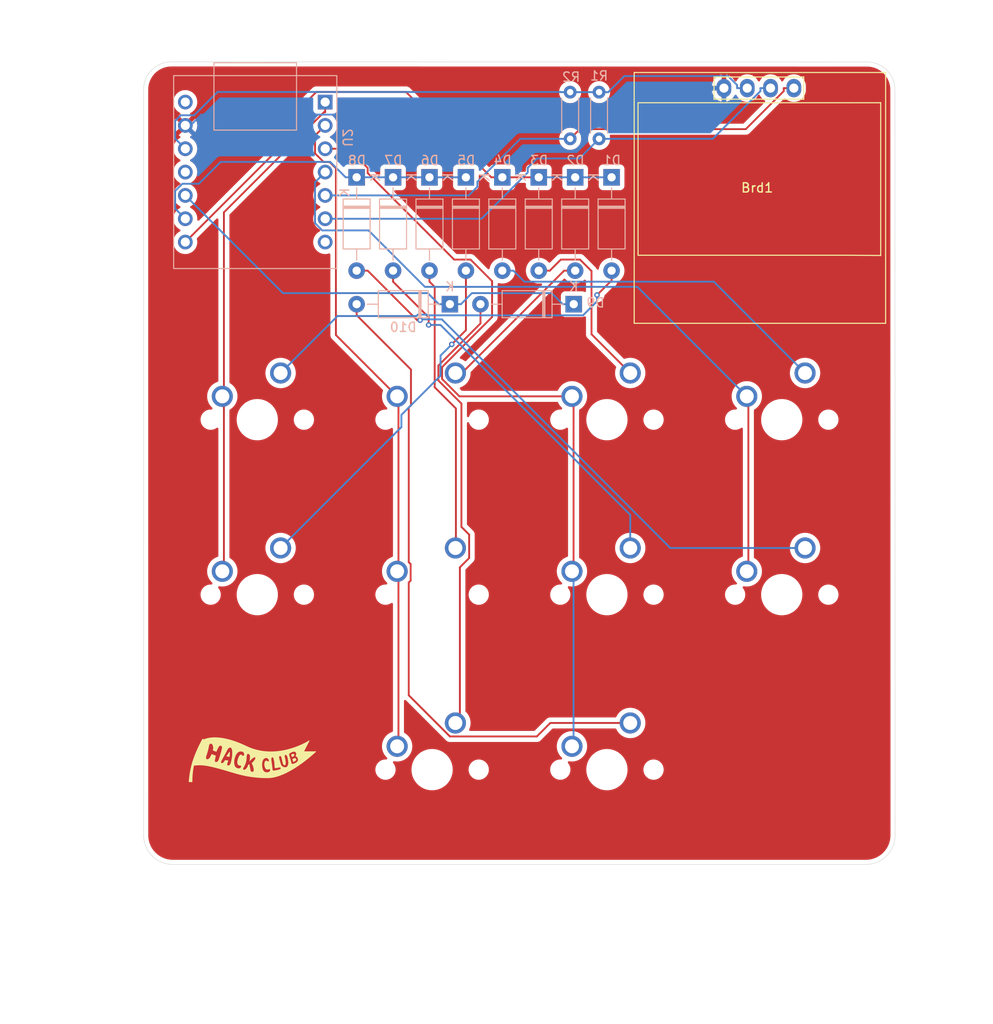
<source format=kicad_pcb>
(kicad_pcb (version 20240108) (generator "pcbnew") (generator_version "8.0")
  (layers (0 "F.Cu" signal) (31 "B.Cu" signal) (34 "B.Paste" user) (35 "F.Paste" user) (36 "B.SilkS" user "B.Silkscreen") (37 "F.SilkS" user "F.Silkscreen") (38 "B.Mask" user) (39 "F.Mask" user) (44 "Edge.Cuts" user))
  (net 0 "")
  (net 1 "ROW0")
  (net 2 "Net-(D1-A)")
  (net 3 "Net-(D2-A)")
  (net 4 "Net-(D3-A)")
  (net 5 "Net-(D4-A)")
  (net 6 "Net-(D5-A)")
  (net 7 "ROW1")
  (net 8 "Net-(D6-A)")
  (net 9 "Net-(D7-A)")
  (net 10 "Net-(D8-A)")
  (net 11 "Net-(D9-A)")
  (net 12 "ROW2")
  (net 13 "Net-(D10-A)")
  (net 14 "COL0")
  (net 15 "COL1")
  (net 16 "COL2")
  (net 17 "COL3")
  (net 18 "Net-(Brd1-SCL)")
  (net 19 "GND")
  (net 20 "Net-(Brd1-SDA)")
  (net 21 "SCR3V3")
  (net 24 "+5V")
  (footprint "MX_Solderable:MX-Solderable-1U" (layer "F.Cu") (at 155.9243 108.8072)
    (property "Reference" "SW7")
    (property "Value" "SW_Push_45deg")
  )
  (footprint "MX_Solderable:MX-Solderable-1U" (layer "F.Cu") (at 155.9243 89.7572)
    (property "Reference" "SW3")
    (property "Value" "SW_Push_45deg")
  )
  (footprint "SSD1306:128x64OLED" (layer "F.Cu") (at 172.293 64.262)
    (property "Reference" "Brd1")
    (property "Value" "SSD1306")
  )
  (footprint "MX_Solderable:MX-Solderable-1U" (layer "F.Cu") (at 136.8743 108.8072)
    (property "Reference" "SW6")
    (property "Value" "SW_Push_45deg")
  )
  (footprint "MX_Solderable:MX-Solderable-1U" (layer "F.Cu") (at 174.9743 89.7572)
    (property "Reference" "SW4")
    (property "Value" "SW_Push_45deg")
  )
  (footprint "MX_Solderable:MX-Solderable-1U" (layer "F.Cu") (at 117.8243 108.8072)
    (property "Reference" "SW5")
    (property "Value" "SW_Push_45deg")
  )
  (footprint "MX_Solderable:MX-Solderable-1U" (layer "F.Cu") (at 155.9243 127.8572)
    (property "Reference" "SW10")
    (property "Value" "SW_Push_45deg")
  )
  (footprint "MX_Solderable:MX-Solderable-1U" (layer "F.Cu") (at 136.8743 127.8572)
    (property "Reference" "SW9")
    (property "Value" "SW_Push_45deg")
  )
  (footprint "MX_Solderable:MX-Solderable-1U" (layer "F.Cu") (at 117.8243 89.7572)
    (property "Reference" "SW1")
    (property "Value" "SW_Push_45deg")
  )
  (footprint "MX_Solderable:MX-Solderable-1U" (layer "F.Cu") (at 136.8743 89.7572)
    (property "Reference" "SW2")
    (property "Value" "SW_Push_45deg")
  )
  (footprint "MX_Solderable:MX-Solderable-1U" (layer "F.Cu") (at 174.9743 108.8072)
    (property "Reference" "SW8")
    (property "Value" "SW_Push_45deg")
  )
  (footprint "Diode_THT:D_A-405_P10.16mm_Horizontal" (layer "B.Cu") (at 152.3047 77.1842 180)
    (property "Reference" "D9")
    (property "Value" "D" (hide yes))
  )
  (footprint "Diode_THT:D_A-405_P10.16mm_Horizontal" (layer "B.Cu") (at 136.5885 63.373 -90)
    (property "Reference" "D6")
    (property "Value" "D" (hide yes))
  )
  (footprint "Diode_THT:D_A-405_P10.16mm_Horizontal" (layer "B.Cu") (at 138.811 77.1842 180)
    (property "Reference" "D10")
    (property "Value" "D" (hide yes))
  )
  (footprint "Diode_THT:D_A-405_P10.16mm_Horizontal" (layer "B.Cu") (at 148.4947 63.373 -90)
    (property "Reference" "D3")
    (property "Value" "D" (hide yes))
  )
  (footprint "Resistor_THT:R_Axial_DIN0204_L3.6mm_D1.6mm_P5.08mm_Horizontal" (layer "B.Cu") (at 155.067 59.182 90)
    (property "Reference" "R1")
    (property "Value" "R")
  )
  (footprint "Diode_THT:D_A-405_P10.16mm_Horizontal" (layer "B.Cu") (at 144.526 63.373 -90)
    (property "Reference" "D4")
    (property "Value" "D" (hide yes))
  )
  (footprint "Diode_THT:D_A-405_P10.16mm_Horizontal" (layer "B.Cu") (at 156.4322 63.373 -90)
    (property "Reference" "D1")
    (property "Value" "D" (hide yes))
  )
  (footprint "Resistor_THT:R_Axial_DIN0204_L3.6mm_D1.6mm_P5.08mm_Horizontal" (layer "B.Cu") (at 151.917 59.182 90)
    (property "Reference" "R2")
    (property "Value" "R")
  )
  (footprint "Diode_THT:D_A-405_P10.16mm_Horizontal" (layer "B.Cu") (at 152.4635 63.373 -90)
    (property "Reference" "D2")
    (property "Value" "D" (hide yes))
  )
  (footprint "Diode_THT:D_A-405_P10.16mm_Horizontal" (layer "B.Cu") (at 132.6197 63.373 -90)
    (property "Reference" "D7")
    (property "Value" "D" (hide yes))
  )
  (footprint "XIAO_PCB:MOUDLE14P-2.54-21X17.8MM" (layer "B.Cu") (at 117.602 62.803 90)
    (property "Reference" "U2")
    (property "Value" "MOUDLE-SEEEDUINO-XIAO")
  )
  (footprint "Diode_THT:D_A-405_P10.16mm_Horizontal" (layer "B.Cu") (at 140.5572 63.373 -90)
    (property "Reference" "D5")
    (property "Value" "D" (hide yes))
  )
  (footprint "Diode_THT:D_A-405_P10.16mm_Horizontal" (layer "B.Cu") (at 128.651 63.373 -90)
    (property "Reference" "D8")
    (property "Value" "D" (hide yes))
  )
  (gr_poly (pts (xy 121.919431 126.6092) (xy 121.930843 126.609834) (xy 121.94208 126.611128) (xy 121.953111 126.613122) (xy 121.958538 126.614393) (xy 121.963902 126.615854) (xy 121.969198 126.617509) (xy 121.974422 126.619364) (xy 121.97957 126.621422) (xy 121.984638 126.623689) (xy 121.989623 126.62617) (xy 121.99452 126.628869) (xy 121.999324 126.631791) (xy 122.004033 126.634942) (xy 122.008642 126.638326) (xy 122.013147 126.641947) (xy 122.017544 126.645812) (xy 122.021828 126.649924) (xy 122.025997 126.654288) (xy 122.030046 126.658909) (xy 122.033971 126.663793) (xy 122.037768 126.668943) (xy 122.041432 126.674365) (xy 122.044961 126.680064) (xy 122.048349 126.686044) (xy 122.051594 126.69231) (xy 122.05469 126.698868) (xy 122.057634 126.705721) (xy 122.064515 126.725705) (xy 122.068601 126.744915) (xy 122.070063 126.763365) (xy 122.069069 126.781068) (xy 122.065789 126.798039) (xy 122.060392 126.814289) (xy 122.053046 126.829833) (xy 122.043922 126.844685) (xy 122.033189 126.858856) (xy 122.021016 126.872362) (xy 122.007571 126.885215) (xy 121.993025 126.897429) (xy 121.977547 126.909017) (xy 121.961305 126.919992) (xy 121.927209 126.94016) (xy 121.892092 126.958039) (xy 121.857307 126.973737) (xy 121.79415 126.999018) (xy 121.748571 127.016863) (xy 121.735757 127.023265) (xy 121.732437 127.025883) (xy 121.7314 127.02813) (xy 121.654144 126.705721) (xy 121.677158 126.691049) (xy 121.703242 126.675949) (xy 121.736659 126.658552) (xy 121.755558 126.649667) (xy 121.77562 126.641018) (xy 121.79662 126.632874) (xy 121.818335 126.625506) (xy 121.840542 126.619184) (xy 121.863017 126.614177) (xy 121.885536 126.610755) (xy 121.907876 126.609189)) (stroke (width -0.000001)) (fill solid) (layer "F.SilkS"))
  (gr_poly (pts (xy 113.350517 124.345762) (xy 113.652511 124.364834) (xy 113.984571 124.40559) (xy 114.162063 124.435104) (xy 114.347297 124.471244) (xy 114.540347 124.514413) (xy 114.741288 124.565011) (xy 114.950195 124.623441) (xy 115.167144 124.690105) (xy 115.392208 124.765405) (xy 115.625463 124.849741) (xy 115.866985 124.943517) (xy 116.116846 125.047134) (xy 116.375124 125.160993) (xy 116.641892 125.285498) (xy 116.93448 125.416422) (xy 117.226743 125.529167) (xy 117.518204 125.624585) (xy 117.808386 125.703527) (xy 118.096811 125.766844) (xy 118.383001 125.815388) (xy 118.666479 125.850009) (xy 118.946768 125.871559) (xy 119.22339 125.880889) (xy 119.495868 125.878851) (xy 119.763724 125.866295) (xy 120.02648 125.844073) (xy 120.28366 125.813036) (xy 120.534785 125.774035) (xy 120.779379 125.727922) (xy 121.016963 125.675547) (xy 121.469194 125.555419) (xy 121.887659 125.42046) (xy 122.268536 125.277482) (xy 122.608007 125.133292) (xy 122.902252 124.994702) (xy 123.14745 124.868521) (xy 123.475429 124.680625) (xy 123.477223 124.679657) (xy 123.479081 124.678923) (xy 123.480993 124.678412) (xy 123.48295 124.678115) (xy 123.484941 124.678024) (xy 123.486956 124.678128) (xy 123.488987 124.678418) (xy 123.491021 124.678884) (xy 123.493051 124.679518) (xy 123.495066 124.680309) (xy 123.497056 124.681248) (xy 123.499011 124.682327) (xy 123.500921 124.683534) (xy 123.502776 124.684861) (xy 123.504567 124.686298) (xy 123.506283 124.687837) (xy 123.507915 124.689467) (xy 123.509452 124.691178) (xy 123.510886 124.692962) (xy 123.512205 124.69481) (xy 123.5134 124.696711) (xy 123.514461 124.698656) (xy 123.515379 124.700635) (xy 123.516142 124.70264) (xy 123.516742 124.704661) (xy 123.517169 124.706688) (xy 123.517412 124.708712) (xy 123.517462 124.710723) (xy 123.517308 124.712712) (xy 123.516941 124.714669) (xy 123.516352 124.716586) (xy 123.515529 124.718452) (xy 122.94714 125.824844) (xy 122.946361 125.826488) (xy 122.945704 125.828146) (xy 122.945167 125.829815) (xy 122.944746 125.831491) (xy 122.944439 125.833168) (xy 122.944245 125.834843) (xy 122.944159 125.836511) (xy 122.94418 125.838168) (xy 122.944305 125.83981) (xy 122.944532 125.841432) (xy 122.944858 125.84303) (xy 122.94528 125.844599) (xy 122.945796 125.846136) (xy 122.946403 125.847635) (xy 122.947099 125.849093) (xy 122.947881 125.850504) (xy 122.948747 125.851866) (xy 122.949694 125.853172) (xy 122.950719 125.85442) (xy 122.95182 125.855605) (xy 122.952995 125.856721) (xy 122.954241 125.857766) (xy 122.955555 125.858734) (xy 122.956935 125.859622) (xy 122.958377 125.860424) (xy 122.959881 125.861137) (xy 122.961443 125.861756) (xy 122.96306 125.862277) (xy 122.96473 125.862695) (xy 122.96645 125.863007) (xy 122.968219 125.863207) (xy 122.970032 125.863292) (xy 123.429241 125.86709) (xy 123.793941 125.867075) (xy 124.210473 125.863602) (xy 124.212687 125.863652) (xy 124.214837 125.863856) (xy 124.216918 125.864207) (xy 124.218928 125.8647) (xy 124.220862 125.865325) (xy 124.222717 125.866077) (xy 124.224488 125.866948) (xy 124.226172 125.867931) (xy 124.227766 125.86902) (xy 124.229265 125.870207) (xy 124.230665 125.871485) (xy 124.231963 125.872847) (xy 124.233155 125.874287) (xy 124.234238 125.875797) (xy 124.235207 125.87737) (xy 124.236058 125.878998) (xy 124.236789 125.880676) (xy 124.237394 125.882396) (xy 124.237871 125.884152) (xy 124.238215 125.885935) (xy 124.238423 125.887739) (xy 124.23849 125.889557) (xy 124.238414 125.891382) (xy 124.23819 125.893206) (xy 124.237815 125.895024) (xy 124.237284 125.896828) (xy 124.236595 125.89861) (xy 124.235742 125.900364) (xy 124.234723 125.902083) (xy 124.233533 125.90376) (xy 124.232169 125.905387) (xy 124.230627 125.906958) (xy 123.980903 126.135449) (xy 123.54544 126.510245) (xy 122.958644 126.976863) (xy 122.61925 127.227578) (xy 122.254925 127.480817) (xy 121.869971 127.72977) (xy 121.468689 127.967625) (xy 121.05538 128.187572) (xy 120.634344 128.382801) (xy 120.209884 128.546501) (xy 119.997713 128.6144) (xy 119.786299 128.671862) (xy 119.576179 128.718037) (xy 119.367891 128.752073) (xy 119.161972 128.773118) (xy 118.95896 128.780323) (xy 118.536645 128.774145) (xy 118.137337 128.756269) (xy 117.75915 128.72768) (xy 117.400194 128.689365) (xy 117.05858 128.64231) (xy 116.732422 128.5875) (xy 116.41983 128.525922) (xy 116.118916 128.458562) (xy 115.827792 128.386405) (xy 115.544569 128.310438) (xy 114.994275 128.151018) (xy 114.452927 127.988189) (xy 113.905419 127.829839) (xy 113.700614 127.77458) (xy 116.286717 127.77458) (xy 116.287998 127.790558) (xy 116.290966 127.805433) (xy 116.29556 127.819125) (xy 116.301719 127.831556) (xy 116.30938 127.842644) (xy 116.318482 127.852312) (xy 116.328962 127.860478) (xy 116.34076 127.867063) (xy 116.353814 127.871987) (xy 116.368061 127.875171) (xy 116.38344 127.876534) (xy 116.39989 127.875997) (xy 116.417348 127.873481) (xy 116.435752 127.868905) (xy 116.455042 127.86219) (xy 116.475156 127.853256) (xy 116.49603 127.842023) (xy 116.517605 127.828411) (xy 116.539818 127.812341) (xy 116.562607 127.793734) (xy 116.58591 127.772508) (xy 116.609667 127.748585) (xy 116.633814 127.721884) (xy 116.658291 127.692327) (xy 116.683036 127.659833) (xy 116.707986 127.624322) (xy 116.720174 127.605805) (xy 116.732402 127.584532) (xy 116.744556 127.561048) (xy 116.756522 127.535898) (xy 116.768186 127.509627) (xy 116.779434 127.48278) (xy 116.800226 127.42954) (xy 116.817985 127.380539) (xy 116.8318 127.340138) (xy 116.843947 127.302584) (xy 116.960116 127.28951) (xy 117.01378 127.536754) (xy 117.055602 127.747096) (xy 117.072894 127.845156) (xy 117.084966 127.927507) (xy 117.088174 127.944573) (xy 117.093037 127.961102) (xy 117.099442 127.977022) (xy 117.107274 127.992263) (xy 117.116419 128.006753) (xy 117.126762 128.020421) (xy 117.13819 128.033197) (xy 117.150587 128.045009) (xy 117.16384 128.055787) (xy 117.177834 128.065459) (xy 117.192455 128.073954) (xy 117.207588 128.081202) (xy 117.223119 128.087131) (xy 117.238934 128.091671) (xy 117.254919 128.09475) (xy 117.270959 128.096297) (xy 117.286939 128.096242) (xy 117.302746 128.094512) (xy 117.318265 128.091039) (xy 117.333382 128.085749) (xy 117.347983 128.078573) (xy 117.361952 128.069439) (xy 117.375176 128.058276) (xy 117.387541 128.045013) (xy 117.398931 128.02958) (xy 117.409234 128.011904) (xy 117.418333 127.991916) (xy 117.426116 127.969544) (xy 117.432468 127.944718) (xy 117.437274 127.917365) (xy 117.44042 127.887416) (xy 117.441791 127.854798) (xy 117.435922 127.806162) (xy 117.427013 127.753408) (xy 117.414987 127.696515) (xy 117.399768 127.635465) (xy 117.381278 127.570238) (xy 117.359442 127.500815) (xy 117.33418 127.427175) (xy 117.305417 127.349299) (xy 117.297573 127.328034) (xy 118.350472 127.328034) (xy 118.35109 127.391312) (xy 118.353263 127.438914) (xy 118.356577 127.485208) (xy 118.361024 127.53017) (xy 118.366595 127.573775) (xy 118.373282 127.615997) (xy 118.381077 127.656813) (xy 118.389971 127.696196) (xy 118.399957 127.734123) (xy 118.411026 127.770568) (xy 118.423169 127.805507) (xy 118.436378 127.838915) (xy 118.450646 127.870767) (xy 118.465963 127.901038) (xy 118.482322 127.929704) (xy 118.499714 127.956738) (xy 118.51813 127.982118) (xy 118.537564 128.005817) (xy 118.558005 128.027811) (xy 118.579447 128.048075) (xy 118.601881 128.066585) (xy 118.625298 128.083315) (xy 118.64969 128.098241) (xy 118.675049 128.111337) (xy 118.701366 128.122579) (xy 118.728634 128.131943) (xy 118.756844 128.139402) (xy 118.785987 128.144934) (xy 118.816056 128.148511) (xy 118.847042 128.150111) (xy 118.878937 128.149707) (xy 118.911733 128.147275) (xy 118.945421 128.142791) (xy 118.978249 128.136686) (xy 119.008535 128.129471) (xy 119.036368 128.121229) (xy 119.061842 128.112045) (xy 119.085048 128.102002) (xy 119.106078 128.091183) (xy 119.125024 128.079673) (xy 119.141978 128.067556) (xy 119.157031 128.054916) (xy 119.170277 128.041835) (xy 119.181806 128.028399) (xy 119.19171 128.01469) (xy 119.200082 128.000793) (xy 119.207014 127.986792) (xy 119.212596 127.97277) (xy 119.216922 127.958811) (xy 119.220083 127.945) (xy 119.222171 127.931419) (xy 119.223278 127.918153) (xy 119.223496 127.905285) (xy 119.222916 127.8929) (xy 119.221632 127.881081) (xy 119.219733 127.869912) (xy 119.217314 127.859477) (xy 119.214464 127.84986) (xy 119.211277 127.841144) (xy 119.207845 127.833413) (xy 119.204258 127.826752) (xy 119.20061 127.821244) (xy 119.196991 127.816972) (xy 119.193495 127.814021) (xy 119.190212 127.812475) (xy 119.185378 127.810918) (xy 119.180776 127.808963) (xy 119.171319 127.804511) (xy 119.165986 127.802338) (xy 119.159934 127.800418) (xy 119.152923 127.798912) (xy 119.144715 127.797984) (xy 119.135072 127.797795) (xy 119.123756 127.798508) (xy 119.110529 127.800285) (xy 119.095152 127.803289) (xy 119.077387 127.807682) (xy 119.056995 127.813627) (xy 119.033739 127.821285) (xy 119.007381 127.83082) (xy 118.993488 127.835723) (xy 118.979809 127.839906) (xy 118.96634 127.843361) (xy 118.953076 127.84608) (xy 118.940015 127.848056) (xy 118.927154 127.849281) (xy 118.914489 127.849748) (xy 118.902016 127.849449) (xy 118.889732 127.848377) (xy 118.877633 127.846524) (xy 118.865717 127.843883) (xy 118.85398 127.840445) (xy 118.842419 127.836205) (xy 118.831029 127.831153) (xy 118.819808 127.825283) (xy 118.808752 127.818586) (xy 118.797858 127.811057) (xy 118.787122 127.802686) (xy 118.776541 127.793466) (xy 118.766112 127.78339) (xy 118.75583 127.772451) (xy 118.745694 127.76064) (xy 118.735699 127.74795) (xy 118.725841 127.734374) (xy 118.716119 127.719904) (xy 118.706527 127.704533) (xy 118.687722 127.671056) (xy 118.669401 127.633883) (xy 118.651536 127.592953) (xy 118.640241 127.562332) (xy 118.629784 127.528704) (xy 118.62034 127.492477) (xy 118.612079 127.454057) (xy 118.605174 127.413854) (xy 118.599798 127.372273) (xy 118.596122 127.329723) (xy 118.594319 127.286612) (xy 118.59456 127.243346) (xy 118.597019 127.200334) (xy 118.601867 127.157983) (xy 118.609276 127.116701) (xy 118.619418 127.076894) (xy 118.632467 127.038972) (xy 118.640135 127.020844) (xy 118.648593 127.00334) (xy 118.657865 126.986511) (xy 118.66797 126.970408) (xy 118.67111 126.965858) (xy 118.674237 126.961513) (xy 118.67735 126.957367) (xy 118.680445 126.953414) (xy 118.68352 126.949648) (xy 118.686573 126.946063) (xy 118.692603 126.939413) (xy 118.698514 126.933416) (xy 118.704288 126.928024) (xy 118.709904 126.923189) (xy 118.715343 126.918863) (xy 118.720586 126.914999) (xy 118.725612 126.91155) (xy 118.730403 126.908466) (xy 118.734938 126.905701) (xy 118.750136 126.896872) (xy 118.756429 126.893268) (xy 118.762722 126.890116) (xy 118.769003 126.887396) (xy 118.775261 126.885088) (xy 118.781486 126.883172) (xy 118.787668 126.881627) (xy 118.793794 126.880435) (xy 118.799856 126.879573) (xy 118.805841 126.879023) (xy 118.811739 126.878764) (xy 118.817539 126.878777) (xy 118.823232 126.87904) (xy 118.828805 126.879534) (xy 118.834248 126.880238) (xy 118.839551 126.881133) (xy 118.844702 126.882198) (xy 118.849691 126.883413) (xy 118.854507 126.884759) (xy 118.863579 126.887759) (xy 118.87183 126.891038) (xy 118.879175 126.894434) (xy 118.885528 126.897786) (xy 118.890803 126.900933) (xy 118.894914 126.903713) (xy 118.897775 126.905967) (xy 118.91496 126.917893) (xy 118.931267 126.928194) (xy 118.946706 126.936925) (xy 118.961284 126.944142) (xy 118.975011 126.949899) (xy 118.987896 126.954254) (xy 118.999946 126.957261) (xy 119.011171 126.958976) (xy 119.021579 126.959455) (xy 119.031178 126.958754) (xy 119.039978 126.956927) (xy 119.047988 126.954031) (xy 119.055215 126.950121) (xy 119.061668 126.945253) (xy 119.067356 126.939483) (xy 119.072288 126.932865) (xy 119.076472 126.925456) (xy 119.079918 126.917312) (xy 119.082632 126.908487) (xy 119.084625 126.899038) (xy 119.085905 126.889021) (xy 119.08648 126.87849) (xy 119.08636 126.867501) (xy 119.085552 126.856111) (xy 119.084066 126.844374) (xy 119.08191 126.832346) (xy 119.079092 126.820084) (xy 119.075622 126.807642) (xy 119.071508 126.795076) (xy 119.066758 126.782441) (xy 119.061382 126.769794) (xy 119.055388 126.757191) (xy 119.041238 126.737984) (xy 119.026769 126.719897) (xy 119.013821 126.70505) (xy 119.355835 126.70505) (xy 119.356881 126.743154) (xy 119.359245 126.783987) (xy 119.367343 126.872564) (xy 119.37895 126.968228) (xy 119.39289 127.068426) (xy 119.423061 127.272213) (xy 119.436937 127.370697) (xy 119.448439 127.463504) (xy 119.4757 127.720969) (xy 119.481044 127.766554) (xy 119.486956 127.810456) (xy 119.494016 127.85559) (xy 119.502803 127.904873) (xy 119.507216 127.916946) (xy 119.515367 127.927075) (xy 119.527004 127.935358) (xy 119.541876 127.941898) (xy 119.559733 127.946794) (xy 119.580324 127.950147) (xy 119.603397 127.952056) (xy 119.628702 127.952624) (xy 119.685001 127.950133) (xy 119.747215 127.943478) (xy 119.813334 127.933463) (xy 119.881351 127.92089) (xy 120.015046 127.891286) (xy 120.132234 127.861097) (xy 120.216852 127.836749) (xy 120.252834 127.824671) (xy 120.256705 127.822769) (xy 120.261905 127.820796) (xy 120.275609 127.816164) (xy 120.283774 127.81327) (xy 120.292586 127.809833) (xy 120.301876 127.805737) (xy 120.311474 127.800864) (xy 120.32121 127.795095) (xy 120.326076 127.791838) (xy 120.330913 127.788313) (xy 120.3357 127.784506) (xy 120.340414 127.780401) (xy 120.345035 127.775985) (xy 120.349542 127.771241) (xy 120.353913 127.766156) (xy 120.358127 127.760715) (xy 120.362163 127.754904) (xy 120.366 127.748706) (xy 120.369615 127.742109) (xy 120.372989 127.735096) (xy 120.376099 127.727654) (xy 120.378925 127.719768) (xy 120.381679 127.711955) (xy 120.38336 127.704423) (xy 120.384016 127.697176) (xy 120.383695 127.690217) (xy 120.382446 127.683549) (xy 120.380316 127.677176) (xy 120.377353 127.671101) (xy 120.373607 127.665328) (xy 120.369124 127.659859) (xy 120.363952 127.654699) (xy 120.358141 127.64985) (xy 120.351738 127.645317) (xy 120.344791 127.641102) (xy 120.337348 127.637209) (xy 120.321168 127.630402) (xy 120.303583 127.624922) (xy 120.284977 127.620798) (xy 120.265735 127.618056) (xy 120.246242 127.616723) (xy 120.226883 127.616827) (xy 120.208043 127.618394) (xy 120.190107 127.621451) (xy 120.173459 127.626026) (xy 120.131984 127.638363) (xy 120.074973 127.652729) (xy 120.008273 127.667211) (xy 119.973115 127.673899) (xy 119.937727 127.6799) (xy 119.90284 127.684974) (xy 119.869183 127.688884) (xy 119.837487 127.691389) (xy 119.808484 127.692252) (xy 119.782903 127.691233) (xy 119.771624 127.689944) (xy 119.761476 127.688094) (xy 119.752548 127.685655) (xy 119.744932 127.682596) (xy 119.73872 127.678887) (xy 119.734003 127.674499) (xy 119.726836 127.659406) (xy 119.72092 127.633817) (xy 119.716 127.598844) (xy 119.711822 127.555598) (xy 119.697422 127.322119) (xy 119.688038 127.184641) (xy 119.674479 127.045192) (xy 119.665496 126.977507) (xy 119.654703 126.912664) (xy 119.641847 126.851774) (xy 119.626671 126.795948) (xy 119.623471 126.777128) (xy 119.62011 126.759054) (xy 119.616593 126.741716) (xy 119.612926 126.725103) (xy 119.609116 126.709206) (xy 119.605169 126.694013) (xy 119.601091 126.679516) (xy 119.596889 126.665702) (xy 119.592569 126.652564) (xy 119.588138 126.640089) (xy 119.583601 126.628268) (xy 119.578964 126.617091) (xy 119.574236 126.606547) (xy 119.56942 126.596627) (xy 119.564525 126.587319) (xy 119.559556 126.578615) (xy 119.554519 126.570502) (xy 119.549421 126.562972) (xy 119.544268 126.556015) (xy 119.539067 126.549619) (xy 119.533823 126.543774) (xy 119.528543 126.538471) (xy 119.523234 126.533699) (xy 119.517901 126.529448) (xy 119.512551 126.525708) (xy 119.507191 126.522469) (xy 119.501826 126.519719) (xy 119.496463 126.51745) (xy 119.491108 126.51565) (xy 119.485767 126.51431) (xy 119.480448 126.513419) (xy 119.475155 126.512968) (xy 119.469198 126.512974) (xy 119.463293 126.513516) (xy 119.457449 126.514579) (xy 119.451675 126.516148) (xy 119.445981 126.518208) (xy 119.440376 126.520745) (xy 119.434868 126.523742) (xy 119.429468 126.527186) (xy 119.424184 126.531062) (xy 119.419025 126.535355) (xy 119.409121 126.54513) (xy 119.399828 126.556393) (xy 119.391221 126.569025) (xy 119.383372 126.582906) (xy 119.376355 126.597917) (xy 119.370244 126.61394) (xy 119.365111 126.630855) (xy 119.36103 126.648542) (xy 119.358075 126.666883) (xy 119.356319 126.685759) (xy 119.355835 126.70505) (xy 119.013821 126.70505) (xy 119.011986 126.702945) (xy 118.996891 126.687141) (xy 118.981489 126.672499) (xy 118.965784 126.659035) (xy 118.94978 126.646762) (xy 118.93348 126.635695) (xy 118.916889 126.625849) (xy 118.900011 126.617237) (xy 118.882849 126.609873) (xy 118.865407 126.603773) (xy 118.84769 126.59895) (xy 118.829701 126.59542) (xy 118.811444 126.593195) (xy 118.792924 126.592291) (xy 118.778339 126.592511) (xy 118.7636 126.593545) (xy 118.748707 126.5954) (xy 118.733663 126.598084) (xy 118.718469 126.601602) (xy 118.703127 126.605962) (xy 118.68764 126.611169) (xy 118.672008 126.617232) (xy 118.656234 126.624155) (xy 118.640319 126.631947) (xy 118.624266 126.640613) (xy 118.608076 126.650161) (xy 118.591751 126.660597) (xy 118.575292 126.671927) (xy 118.558702 126.684158) (xy 118.541983 126.697298) (xy 118.519566 126.721308) (xy 118.498272 126.747828) (xy 118.47816 126.776875) (xy 118.459289 126.808463) (xy 118.441718 126.842607) (xy 118.425505 126.879323) (xy 118.410711 126.918627) (xy 118.397394 126.960533) (xy 118.385612 127.005057) (xy 118.375425 127.052214) (xy 118.366891 127.102019) (xy 118.36007 127.154489) (xy 118.35502 127.209638) (xy 118.351801 127.267481) (xy 118.350472 127.328034) (xy 117.297573 127.328034) (xy 117.296295 127.324571) (xy 117.28586 127.298796) (xy 117.272367 127.268646) (xy 117.264676 127.253) (xy 117.256462 127.237545) (xy 117.247807 127.222707) (xy 117.23879 127.208916) (xy 117.229492 127.196599) (xy 117.224763 127.191127) (xy 117.219994 127.186184) (xy 117.215196 127.181824) (xy 117.210377 127.178099) (xy 117.205549 127.175064) (xy 117.200721 127.172773) (xy 117.258292 127.113864) (xy 117.318036 127.050511) (xy 117.387558 126.9737) (xy 117.458711 126.890286) (xy 117.492353 126.848245) (xy 117.523348 126.807124) (xy 117.550677 126.76778) (xy 117.573323 126.73107) (xy 117.590266 126.697851) (xy 117.596282 126.682818) (xy 117.60049 126.668979) (xy 117.606086 126.641916) (xy 117.609101 126.616344) (xy 117.609364 126.592698) (xy 117.60841 126.581735) (xy 117.606705 126.571417) (xy 117.604226 126.5618) (xy 117.600954 126.552938) (xy 117.596866 126.544885) (xy 117.591941 126.537697) (xy 117.586159 126.531427) (xy 117.579498 126.526132) (xy 117.571936 126.521864) (xy 117.563452 126.518679) (xy 117.554026 126.516632) (xy 117.543636 126.515777) (xy 117.53226 126.516168) (xy 117.519878 126.517861) (xy 117.506469 126.52091) (xy 117.49201 126.52537) (xy 117.476481 126.531295) (xy 117.459861 126.53874) (xy 117.442127 126.547759) (xy 117.42326 126.558408) (xy 117.403238 126.570741) (xy 117.38204 126.584812) (xy 117.359644 126.600676) (xy 117.336029 126.618388) (xy 117.311173 126.638002) (xy 117.285057 126.659574) (xy 117.259037 126.681668) (xy 117.234456 126.702819) (xy 117.211271 126.723043) (xy 117.189445 126.742356) (xy 117.168936 126.760773) (xy 117.149704 126.77831) (xy 117.131709 126.794984) (xy 117.114911 126.810809) (xy 117.09927 126.825803) (xy 117.084746 126.83998) (xy 117.071299 126.853357) (xy 117.058888 126.865949) (xy 117.047474 126.877772) (xy 117.037016 126.888843) (xy 117.027475 126.899176) (xy 117.018809 126.908789) (xy 117.003946 126.925913) (xy 116.992106 126.940343) (xy 116.982968 126.952205) (xy 116.976211 126.961626) (xy 116.971514 126.968733) (xy 116.968556 126.973652) (xy 116.966575 126.977436) (xy 116.977072 126.92642) (xy 116.987688 126.86928) (xy 116.999656 126.796945) (xy 117.011307 126.713832) (xy 117.02097 126.624363) (xy 117.024535 126.578626) (xy 117.026977 126.532956) (xy 117.027679 126.504436) (xy 120.202575 126.504436) (xy 120.20266 126.517154) (xy 120.203638 126.530228) (xy 120.210705 126.58311) (xy 120.220886 126.63839) (xy 120.23492 126.6999) (xy 120.253547 126.771468) (xy 120.30753 126.960103) (xy 120.388743 127.234939) (xy 120.402021 127.272679) (xy 120.41664 127.307748) (xy 120.432494 127.34024) (xy 120.449476 127.370251) (xy 120.467479 127.397874) (xy 120.486398 127.423204) (xy 120.506124 127.446337) (xy 120.526552 127.467366) (xy 120.547575 127.486386) (xy 120.569085 127.503493) (xy 120.590978 127.51878) (xy 120.613144 127.532342) (xy 120.635479 127.544274) (xy 120.657875 127.55467) (xy 120.680225 127.563626) (xy 120.702424 127.571235) (xy 120.724363 127.577593) (xy 120.745937 127.582793) (xy 120.787562 127.590102) (xy 120.826445 127.593919) (xy 120.861731 127.595) (xy 120.892568 127.594103) (xy 120.918102 127.591985) (xy 120.949846 127.587114) (xy 120.965958 127.582803) (xy 120.981271 127.577761) (xy 120.99581 127.572021) (xy 121.009601 127.565611) (xy 121.022669 127.558562) (xy 121.03504 127.550904) (xy 121.046739 127.542669) (xy 121.057792 127.533885) (xy 121.068224 127.524584) (xy 121.078061 127.514795) (xy 121.087328 127.504549) (xy 121.09605 127.493877) (xy 121.111963 127.471373) (xy 121.126003 127.447525) (xy 121.138375 127.422577) (xy 121.149281 127.396769) (xy 121.158926 127.370346) (xy 121.167514 127.343549) (xy 121.18233 127.289803) (xy 121.19536 127.237472) (xy 121.200795 127.20777) (xy 121.2039 127.172607) (xy 121.204835 127.132586) (xy 121.20376 127.088309) (xy 121.200834 127.040379) (xy 121.196218 126.989401) (xy 121.182552 126.880708) (xy 121.164041 126.767057) (xy 121.141963 126.653271) (xy 121.117594 126.544177) (xy 121.092215 126.4446) (xy 121.083288 126.421714) (xy 121.073733 126.400124) (xy 121.063614 126.379857) (xy 121.052994 126.360937) (xy 121.041937 126.343391) (xy 121.036263 126.335141) (xy 121.030504 126.327244) (xy 121.024667 126.319703) (xy 121.01876 126.312521) (xy 121.012791 126.305702) (xy 121.006768 126.299248) (xy 121.000699 126.293164) (xy 120.994591 126.287451) (xy 120.988453 126.282114) (xy 120.982292 126.277155) (xy 120.976117 126.272578) (xy 120.969935 126.268386) (xy 120.963755 126.264582) (xy 120.957583 126.261169) (xy 120.951429 126.25815) (xy 120.945299 126.255529) (xy 120.939202 126.253309) (xy 120.933146 126.251493) (xy 120.927139 126.250084) (xy 120.921188 126.249086) (xy 120.915301 126.248501) (xy 120.909487 126.248333) (xy 120.900605 126.248907) (xy 120.891947 126.25051) (xy 120.883543 126.253153) (xy 120.875423 126.256848) (xy 120.867616 126.261607) (xy 120.860151 126.267442) (xy 120.853059 126.274366) (xy 120.846369 126.282388) (xy 120.840111 126.291523) (xy 120.834315 126.301782) (xy 120.829009 126.313176) (xy 120.824225 126.325718) (xy 120.81999 126.33942) (xy 120.816336 126.354293) (xy 120.813292 126.370349) (xy 120.810888 126.387601) (xy 120.810975 126.400001) (xy 120.811825 126.412964) (xy 120.813378 126.426497) (xy 120.815577 126.440603) (xy 120.821684 126.470558) (xy 120.829685 126.502868) (xy 120.849523 126.574718) (xy 120.860437 126.614337) (xy 120.871401 126.656473) (xy 120.886786 126.749417) (xy 120.901401 126.845128) (xy 120.913833 126.940791) (xy 120.918789 126.987725) (xy 120.92267 127.033593) (xy 120.925299 127.078041) (xy 120.9265 127.120718) (xy 120.926096 127.161273) (xy 120.923911 127.199353) (xy 120.919768 127.234607) (xy 120.913491 127.266684) (xy 120.904904 127.29523) (xy 120.899688 127.30807) (xy 120.893828 127.319895) (xy 120.888407 127.327093) (xy 120.882641 127.333735) (xy 120.876552 127.339828) (xy 120.870164 127.345374) (xy 120.863499 127.35038) (xy 120.856579 127.354848) (xy 120.849428 127.358784) (xy 120.842067 127.362192) (xy 120.834521 127.365076) (xy 120.82681 127.36744) (xy 120.818958 127.36929) (xy 120.810988 127.37063) (xy 120.802922 127.371464) (xy 120.794783 127.371796) (xy 120.786594 127.371631) (xy 120.778376 127.370973) (xy 120.770154 127.369827) (xy 120.761949 127.368197) (xy 120.753784 127.366088) (xy 120.745681 127.363503) (xy 120.737664 127.360449) (xy 120.729756 127.356928) (xy 120.721978 127.352945) (xy 120.714353 127.348505) (xy 120.706904 127.343612) (xy 120.699654 127.338271) (xy 120.692626 127.332486) (xy 120.685841 127.326261) (xy 120.679323 127.319601) (xy 120.673094 127.31251) (xy 120.667177 127.304993) (xy 120.661595 127.297054) (xy 120.642221 127.253507) (xy 120.623529 127.204035) (xy 120.60549 127.149645) (xy 120.588074 127.091349) (xy 120.554997 126.96707) (xy 120.524065 126.83927) (xy 120.495044 126.716022) (xy 120.4677 126.605398) (xy 120.454585 126.557343) (xy 120.441801 126.515472) (xy 120.42932 126.480793) (xy 120.417113 126.454315) (xy 120.408994 126.440791) (xy 120.400569 126.428627) (xy 120.391876 126.417791) (xy 120.382957 126.408248) (xy 120.373851 126.399965) (xy 120.364599 126.39291) (xy 120.35524 126.387047) (xy 120.345814 126.382344) (xy 120.336362 126.378768) (xy 120.326923 126.376284) (xy 120.317538 126.374859) (xy 120.308246 126.374459) (xy 120.299087 126.375052) (xy 120.290102 126.376603) (xy 120.28133 126.37908) (xy 120.272812 126.382447) (xy 120.264587 126.386673) (xy 120.256696 126.391724) (xy 120.249178 126.397565) (xy 120.242073 126.404164) (xy 120.235423 126.411486) (xy 120.229265 126.419499) (xy 120.223642 126.428169) (xy 120.218591 126.437463) (xy 120.214155 126.447346) (xy 120.210371 126.457785) (xy 120.207282 126.468747) (xy 120.204926 126.480199) (xy 120.203344 126.492106) (xy 120.202575 126.504436) (xy 117.027679 126.504436) (xy 117.028087 126.487908) (xy 117.027656 126.444031) (xy 117.028846 126.428451) (xy 117.029237 126.413073) (xy 117.02886 126.397917) (xy 117.027745 126.383003) (xy 117.025921 126.368349) (xy 117.023417 126.353976) (xy 117.020264 126.339903) (xy 117.016491 126.326149) (xy 117.012128 126.312734) (xy 117.007204 126.299677) (xy 117.001749 126.286999) (xy 116.995793 126.274717) (xy 116.989365 126.262852) (xy 116.982495 126.251424) (xy 116.975212 126.240451) (xy 116.967547 126.229953) (xy 116.959528 126.21995) (xy 116.951186 126.210461) (xy 116.94255 126.201505) (xy 116.937599 126.196831) (xy 121.287285 126.196831) (xy 121.287398 126.202242) (xy 121.288276 126.212887) (xy 121.289793 126.223317) (xy 121.291672 126.233555) (xy 121.295406 126.253552) (xy 121.43094 126.697177) (xy 121.524839 127.017555) (xy 121.556296 127.134092) (xy 121.565398 127.172911) (xy 121.569033 127.19551) (xy 121.569822 127.1989) (xy 121.571228 127.202073) (xy 121.573228 127.205033) (xy 121.575803 127.207779) (xy 121.578932 127.210314) (xy 121.582592 127.212637) (xy 121.591423 127.216657) (xy 121.602127 127.219848) (xy 121.614537 127.222219) (xy 121.628482 127.223781) (xy 121.643793 127.224542) (xy 121.660301 127.224512) (xy 121.677838 127.2237) (xy 121.696233 127.222117) (xy 121.715317 127.219771) (xy 121.734923 127.216672) (xy 121.754879 127.212829) (xy 121.775017 127.208253) (xy 121.795169 127.202952) (xy 121.853103 127.182358) (xy 121.907515 127.160317) (xy 121.958331 127.136909) (xy 121.982368 127.124717) (xy 122.005478 127.112213) (xy 122.027652 127.099408) (xy 122.048881 127.08631) (xy 122.069156 127.072931) (xy 122.088467 127.059279) (xy 122.106805 127.045365) (xy 122.124161 127.0312) (xy 122.140526 127.016792) (xy 122.15589 127.002152) (xy 122.170244 126.98729) (xy 122.183579 126.972216) (xy 122.195886 126.956939) (xy 122.207155 126.94147) (xy 122.217377 126.925819) (xy 122.226543 126.909996) (xy 122.234644 126.89401) (xy 122.24167 126.877872) (xy 122.247613 126.861592) (xy 122.252462 126.845179) (xy 122.256209 126.828643) (xy 122.258845 126.811995) (xy 122.260359 126.795245) (xy 122.260744 126.778402) (xy 122.259989 126.761477) (xy 122.258086 126.744478) (xy 122.252252 126.710939) (xy 122.244707 126.678525) (xy 122.240311 126.662778) (xy 122.235509 126.647357) (xy 122.230306 126.632277) (xy 122.224711 126.617553) (xy 122.218731 126.6032) (xy 122.212371 126.589234) (xy 122.20564 126.575669) (xy 122.198544 126.56252) (xy 122.191091 126.549803) (xy 122.183286 126.537531) (xy 122.175138 126.525721) (xy 122.166653 126.514387) (xy 122.157838 126.503544) (xy 122.1487 126.493207) (xy 122.139246 126.483391) (xy 122.129483 126.474111) (xy 122.119418 126.465383) (xy 122.109058 126.45722) (xy 122.09841 126.449639) (xy 122.087481 126.442654) (xy 122.076278 126.436279) (xy 122.064807 126.430531) (xy 122.053076 126.425424) (xy 122.041093 126.420973) (xy 122.028862 126.417193) (xy 122.016393 126.414099) (xy 122.003691 126.411706) (xy 121.990764 126.410028) (xy 121.997689 126.395474) (xy 122.005316 126.378412) (xy 122.014803 126.35583) (xy 122.025465 126.328484) (xy 122.036615 126.297125) (xy 122.047567 126.262509) (xy 122.052754 126.244215) (xy 122.057634 126.225388) (xy 122.059453 126.214374) (xy 122.060849 126.203269) (xy 122.06183 126.192092) (xy 122.062403 126.180861) (xy 122.062578 126.169598) (xy 122.062363 126.15832) (xy 122.061765 126.147047) (xy 122.060794 126.135798) (xy 122.057763 126.113451) (xy 122.053336 126.091432) (xy 122.04758 126.069896) (xy 122.040561 126.048997) (xy 122.032344 126.028889) (xy 122.022998 126.009726) (xy 122.012587 125.991663) (xy 122.007003 125.983092) (xy 122.001178 125.974853) (xy 121.99512 125.966967) (xy 121.988838 125.959452) (xy 121.982339 125.952327) (xy 121.975632 125.945612) (xy 121.968726 125.939327) (xy 121.961628 125.933489) (xy 121.954347 125.928119) (xy 121.946891 125.923237) (xy 121.940422 125.920983) (xy 121.933896 125.918873) (xy 121.927313 125.916907) (xy 121.920672 125.915085) (xy 121.913972 125.913406) (xy 121.907214 125.911871) (xy 121.89352 125.90923) (xy 121.879585 125.907161) (xy 121.865406 125.905663) (xy 121.85098 125.904735) (xy 121.836304 125.904375) (xy 121.81381 125.904898) (xy 121.790732 125.906697) (xy 121.767055 125.909769) (xy 121.742768 125.91411) (xy 121.717858 125.919716) (xy 121.692313 125.926585) (xy 121.66612 125.934714) (xy 121.639267 125.944098) (xy 121.611741 125.954736) (xy 121.583529 125.966623) (xy 121.55462 125.979756) (xy 121.525001 125.994132) (xy 121.494659 126.009748) (xy 121.463582 126.026601) (xy 121.431758 126.044687) (xy 121.399173 126.064003) (xy 121.386474 126.07137) (xy 121.374732 126.078614) (xy 121.363911 126.085737) (xy 121.353978 126.092744) (xy 121.344897 126.099636) (xy 121.336634 126.106417) (xy 121.329154 126.113089) (xy 121.322423 126.119656) (xy 121.316406 126.126122) (xy 121.311069 126.132488) (xy 121.306376 126.138757) (xy 121.302293 126.144934) (xy 121.298786 126.151021) (xy 121.295819 126.15702) (xy 121.293359 126.162936) (xy 121.29137 126.16877) (xy 121.289818 126.174526) (xy 121.288668 126.180207) (xy 121.287886 126.185817) (xy 121.287436 126.191357) (xy 121.287285 126.196831) (xy 116.937599 126.196831) (xy 116.93365 126.193103) (xy 116.924515 126.185273) (xy 116.915175 126.178035) (xy 116.90566 126.171409) (xy 116.895999 126.165413) (xy 116.886222 126.160068) (xy 116.876358 126.155393) (xy 116.866438 126.151407) (xy 116.856491 126.14813) (xy 116.846546 126.145581) (xy 116.836634 126.14378) (xy 116.826783 126.142746) (xy 116.817023 126.142499) (xy 116.817023 126.1425) (xy 116.808256 126.142975) (xy 116.79961 126.144132) (xy 116.79111 126.145984) (xy 116.782777 126.148547) (xy 116.774632 126.151836) (xy 116.7667 126.155864) (xy 116.76282 126.15816) (xy 116.759001 126.160646) (xy 116.755246 126.163324) (xy 116.751558 126.166196) (xy 116.74794 126.169265) (xy 116.744394 126.17253) (xy 116.740923 126.175995) (xy 116.73753 126.179662) (xy 116.734217 126.183531) (xy 116.730988 126.187605) (xy 116.724792 126.196376) (xy 116.718964 126.205987) (xy 116.713524 126.216454) (xy 116.708497 126.227791) (xy 116.703904 126.240013) (xy 116.689896 126.289576) (xy 116.679681 126.339774) (xy 116.672502 126.390915) (xy 116.667599 126.443306) (xy 116.655586 126.671523) (xy 116.65069 126.734776) (xy 116.64352 126.801123) (xy 116.633317 126.870872) (xy 116.619324 126.94433) (xy 116.600781 127.021804) (xy 116.57693 127.103602) (xy 116.547014 127.19003) (xy 116.510272 127.281397) (xy 116.499808 127.305465) (xy 116.487867 127.331493) (xy 116.460641 127.387703) (xy 116.430769 127.446575) (xy 116.40043 127.504656) (xy 116.317933 127.66003) (xy 116.307791 127.680948) (xy 116.299707 127.701241) (xy 116.293619 127.720831) (xy 116.289466 127.739637) (xy 116.287186 127.75758) (xy 116.286717 127.77458) (xy 113.700614 127.77458) (xy 113.391921 127.691292) (xy 112.938274 127.578036) (xy 112.730424 127.530949) (xy 112.533374 127.490253) (xy 112.345735 127.455971) (xy 112.166121 127.428125) (xy 111.993143 127.40674) (xy 111.825413 127.391837) (xy 111.661544 127.383439) (xy 111.500149 127.38157) (xy 111.33984 127.386253) (xy 111.179228 127.397509) (xy 111.016927 127.415363) (xy 110.851548 127.439836) (xy 110.849752 127.440075) (xy 110.847978 127.440194) (xy 110.846227 127.440198) (xy 110.844504 127.440088) (xy 110.842813 127.43987) (xy 110.841155 127.439547) (xy 110.839536 127.439123) (xy 110.837958 127.438601) (xy 110.836425 127.437985) (xy 110.834941 127.437279) (xy 110.833507 127.436486) (xy 110.832129 127.43561) (xy 110.830809 127.434656) (xy 110.829551 127.433626) (xy 110.828358 127.432524) (xy 110.827234 127.431354) (xy 110.826182 127.43012) (xy 110.825206 127.428825) (xy 110.824308 127.427473) (xy 110.823493 127.426068) (xy 110.822763 127.424614) (xy 110.822122 127.423113) (xy 110.821574 127.421571) (xy 110.821122 127.41999) (xy 110.82077 127.418374) (xy 110.82052 127.416727) (xy 110.820376 127.415053) (xy 110.820342 127.413356) (xy 110.820421 127.411638) (xy 110.820616 127.409904) (xy 110.820931 127.408157) (xy 110.821369 127.406402) (xy 111.064619 126.552189) (xy 112.238525 126.552189) (xy 112.239973 126.585504) (xy 112.244399 126.614961) (xy 112.25159 126.640677) (xy 112.261337 126.66277) (xy 112.273426 126.681357) (xy 112.287646 126.696556) (xy 112.303786 126.708484) (xy 112.321634 126.717258) (xy 112.340979 126.722996) (xy 112.361608 126.725815) (xy 112.38331 126.725832) (xy 112.405874 126.723166) (xy 112.429087 126.717933) (xy 112.452739 126.710251) (xy 112.476618 126.700237) (xy 112.500511 126.688008) (xy 112.524208 126.673683) (xy 112.547496 126.657378) (xy 112.570165 126.63921) (xy 112.592002 126.619298) (xy 112.612796 126.597758) (xy 112.632335 126.574708) (xy 112.650408 126.550265) (xy 112.666802 126.524547) (xy 112.681307 126.497672) (xy 112.74432 126.376942) (xy 112.799796 126.268781) (xy 112.85432 126.161) (xy 113.30592 126.334116) (xy 113.283093 126.458209) (xy 113.259557 126.579412) (xy 113.232385 126.709907) (xy 113.220686 126.749839) (xy 113.212085 126.786915) (xy 113.206425 126.821177) (xy 113.203551 126.852663) (xy 113.203305 126.881415) (xy 113.205531 126.907474) (xy 113.210072 126.930879) (xy 113.216773 126.951671) (xy 113.225477 126.969892) (xy 113.236026 126.985581) (xy 113.248265 126.998778) (xy 113.262038 127.009525) (xy 113.277187 127.017862) (xy 113.293556 127.023829) (xy 113.310989 127.027468) (xy 113.329329 127.028817) (xy 113.34842 127.027919) (xy 113.368105 127.024813) (xy 113.371873 127.023825) (xy 113.879163 127.023825) (xy 113.879246 127.042656) (xy 113.881187 127.060463) (xy 113.884916 127.077105) (xy 113.890366 127.092441) (xy 113.89747 127.106333) (xy 113.906161 127.118639) (xy 113.91637 127.12922) (xy 113.928029 127.137934) (xy 113.941072 127.144642) (xy 113.955431 127.149204) (xy 113.971038 127.151478) (xy 113.987825 127.151326) (xy 114.005724 127.148606) (xy 114.024669 127.143178) (xy 114.044591 127.134903) (xy 114.065423 127.123639) (xy 114.087098 127.109247) (xy 114.109547 127.091586) (xy 114.132702 127.070516) (xy 114.156498 127.045897) (xy 114.180865 127.017588) (xy 114.205736 126.98545) (xy 114.231043 126.949341) (xy 114.256719 126.909122) (xy 114.282697 126.864652) (xy 114.308908 126.815792) (xy 114.665992 126.855686) (xy 114.633653 126.952274) (xy 114.601095 127.053833) (xy 114.564603 127.173858) (xy 114.55588 127.198912) (xy 114.549296 127.222627) (xy 114.54476 127.244988) (xy 114.54218 127.265981) (xy 114.541464 127.285592) (xy 114.542521 127.303808) (xy 114.54526 127.320615) (xy 114.54959 127.335999) (xy 114.555418 127.349946) (xy 114.562654 127.362442) (xy 114.571206 127.373474) (xy 114.580982 127.383027) (xy 114.591892 127.391088) (xy 114.603844 127.397642) (xy 114.616746 127.402677) (xy 114.630507 127.406177) (xy 114.645035 127.40813) (xy 114.66024 127.408521) (xy 114.676029 127.407337) (xy 114.692312 127.404564) (xy 114.708997 127.400187) (xy 114.725992 127.394194) (xy 114.743206 127.386569) (xy 114.760547 127.3773) (xy 114.777925 127.366373) (xy 114.795248 127.353773) (xy 114.812423 127.339487) (xy 114.829361 127.3235) (xy 114.84597 127.3058) (xy 114.862157 127.286372) (xy 114.877832 127.265202) (xy 114.892903 127.242277) (xy 114.903808 127.219049) (xy 114.918795 127.175956) (xy 114.956111 127.042969) (xy 115.307726 127.042969) (xy 115.308871 127.099294) (xy 115.312377 127.157336) (xy 115.318671 127.216289) (xy 115.328179 127.275351) (xy 115.341329 127.333719) (xy 115.358548 127.39059) (xy 115.380263 127.445159) (xy 115.391693 127.469993) (xy 115.404026 127.493281) (xy 115.417191 127.515075) (xy 115.431114 127.535425) (xy 115.445724 127.554383) (xy 115.460949 127.572) (xy 115.476716 127.588326) (xy 115.492952 127.603413) (xy 115.509586 127.617312) (xy 115.526544 127.630073) (xy 115.543756 127.641748) (xy 115.561148 127.652388) (xy 115.578649 127.662043) (xy 115.596185 127.670765) (xy 115.613684 127.678604) (xy 115.631075 127.685612) (xy 115.665242 127.697338) (xy 115.698105 127.706349) (xy 115.729088 127.713056) (xy 115.75761 127.717864) (xy 115.804962 127.723419) (xy 115.835533 127.726279) (xy 115.864442 127.716875) (xy 115.89091 127.706843) (xy 115.915026 127.69624) (xy 115.936879 127.685127) (xy 115.956559 127.673563) (xy 115.974153 127.661607) (xy 115.989752 127.649319) (xy 116.003445 127.636759) (xy 116.015321 127.623986) (xy 116.025469 127.61106) (xy 116.033978 127.598039) (xy 116.040938 127.584984) (xy 116.046437 127.571955) (xy 116.050565 127.55901) (xy 116.053411 127.546209) (xy 116.055064 127.533611) (xy 116.055614 127.521277) (xy 116.055149 127.509266) (xy 116.053758 127.497637) (xy 116.051532 127.486449) (xy 116.048559 127.475763) (xy 116.044928 127.465637) (xy 116.040728 127.456132) (xy 116.036049 127.447306) (xy 116.03098 127.43922) (xy 116.02561 127.431932) (xy 116.020028 127.425503) (xy 116.014323 127.419991) (xy 116.008585 127.415457) (xy 116.002902 127.41196) (xy 115.997364 127.409559) (xy 115.992061 127.408314) (xy 115.964713 127.407505) (xy 115.935533 127.407064) (xy 115.905026 127.405944) (xy 115.889434 127.404804) (xy 115.8737 127.403103) (xy 115.857888 127.40071) (xy 115.84206 127.397496) (xy 115.82628 127.393329) (xy 115.810612 127.388079) (xy 115.795119 127.381616) (xy 115.787457 127.377888) (xy 115.779863 127.373808) (xy 115.772344 127.36936) (xy 115.764909 127.364527) (xy 115.757564 127.359292) (xy 115.750319 127.35364) (xy 115.738567 127.343346) (xy 115.727686 127.332159) (xy 115.717649 127.32013) (xy 115.708429 127.307313) (xy 115.699998 127.293759) (xy 115.692329 127.279519) (xy 115.685396 127.264647) (xy 115.679172 127.249194) (xy 115.668738 127.216754) (xy 115.660811 127.182615) (xy 115.655175 127.147195) (xy 115.651611 127.11091) (xy 115.649902 127.074175) (xy 115.649833 127.037409) (xy 115.651185 127.001027) (xy 115.653741 126.965445) (xy 115.657284 126.931081) (xy 115.661598 126.898351) (xy 115.671667 126.83946) (xy 115.70038 126.739683) (xy 115.717572 126.684499) (xy 115.736668 126.627412) (xy 115.757678 126.569639) (xy 115.780614 126.5124) (xy 115.805485 126.456915) (xy 115.832302 126.404402) (xy 115.846444 126.379642) (xy 115.861076 126.356082) (xy 115.8762 126.333875) (xy 115.891817 126.313173) (xy 115.907928 126.294128) (xy 115.924535 126.276894) (xy 115.941638 126.261623) (xy 115.95924 126.248466) (xy 115.977342 126.237576) (xy 115.995944 126.229106) (xy 116.015049 126.223209) (xy 116.034657 126.220035) (xy 116.05477 126.219739) (xy 116.07539 126.222472) (xy 116.096516 126.228387) (xy 116.118151 126.237636) (xy 116.131164 126.253666) (xy 116.143927 126.268214) (xy 116.156432 126.28133) (xy 116.168675 126.293065) (xy 116.18065 126.303467) (xy 116.192351 126.312587) (xy 116.203773 126.320473) (xy 116.214909 126.327176) (xy 116.225754 126.332745) (xy 116.236301 126.33723) (xy 116.246546 126.34068) (xy 116.256483 126.343146) (xy 116.266105 126.344676) (xy 116.275407 126.345321) (xy 116.284384 126.345129) (xy 116.293029 126.344152) (xy 116.301336 126.342437) (xy 116.3093 126.340036) (xy 116.316916 126.336997) (xy 116.324177 126.333371) (xy 116.331077 126.329206) (xy 116.337612 126.324553) (xy 116.343774 126.319461) (xy 116.349559 126.31398) (xy 116.35496 126.30816) (xy 116.359972 126.302049) (xy 116.364589 126.295699) (xy 116.368805 126.289157) (xy 116.372614 126.282475) (xy 116.376012 126.275701) (xy 116.378991 126.268886) (xy 116.381546 126.262079) (xy 116.385269 126.250127) (xy 116.388239 126.2374) (xy 116.39044 126.223974) (xy 116.391858 126.209927) (xy 116.392478 126.195337) (xy 116.392285 126.180279) (xy 116.391264 126.164833) (xy 116.389401 126.149074) (xy 116.386681 126.13308) (xy 116.383089 126.116929) (xy 116.37861 126.100697) (xy 116.373229 126.084462) (xy 116.366932 126.068301) (xy 116.359704 126.052292) (xy 116.35153 126.036511) (xy 116.342395 126.021036) (xy 116.332285 126.005944) (xy 116.321184 125.991313) (xy 116.309078 125.977219) (xy 116.295952 125.96374) (xy 116.281792 125.950953) (xy 116.266582 125.938936) (xy 116.250308 125.927765) (xy 116.232954 125.917518) (xy 116.214507 125.908272) (xy 116.194951 125.900105) (xy 116.174271 125.893093) (xy 116.152454 125.887314) (xy 116.129483 125.882845) (xy 116.105344 125.879763) (xy 116.080023 125.878146) (xy 116.053504 125.878071) (xy 116.046229 125.878322) (xy 116.03887 125.878692) (xy 116.031425 125.879181) (xy 116.023894 125.87979) (xy 116.016276 125.880521) (xy 116.008569 125.881373) (xy 116.000773 125.882347) (xy 115.992887 125.883445) (xy 115.947871 125.88623) (xy 115.904706 125.893712) (xy 115.863364 125.905577) (xy 115.823817 125.921513) (xy 115.786038 125.941204) (xy 115.749999 125.964337) (xy 115.715673 125.990598) (xy 115.683031 126.019674) (xy 115.652047 126.05125) (xy 115.622692 126.085013) (xy 115.594939 126.120648) (xy 115.568761 126.157843) (xy 115.544128 126.196282) (xy 115.521015 126.235653) (xy 115.479235 126.315932) (xy 115.443198 126.39617) (xy 115.412684 126.473856) (xy 115.387471 126.546479) (xy 115.367339 126.611529) (xy 115.341429 126.708862) (xy 115.333186 126.74577) (xy 115.322463 126.815186) (xy 115.314184 126.892317) (xy 115.308514 126.989162) (xy 115.307726 127.042969) (xy 114.956111 127.042969) (xy 114.957414 127.038328) (xy 115.001552 126.845702) (xy 115.044 126.614387) (xy 115.062339 126.489318) (xy 115.077552 126.360692) (xy 115.088738 126.230549) (xy 115.094997 126.100927) (xy 115.095428 125.973865) (xy 115.089129 125.851401) (xy 115.0752 125.735574) (xy 115.052738 125.628422) (xy 115.044332 125.612896) (xy 115.03565 125.597416) (xy 115.026736 125.582109) (xy 115.017631 125.567101) (xy 115.008377 125.552518) (xy 114.999016 125.538485) (xy 114.989591 125.525129) (xy 114.980144 125.512575) (xy 114.970717 125.500949) (xy 114.961351 125.490377) (xy 114.95209 125.480986) (xy 114.947512 125.476772) (xy 114.942975 125.4729) (xy 114.938486 125.469386) (xy 114.934049 125.466246) (xy 114.929669 125.463495) (xy 114.925352 125.46115) (xy 114.921104 125.459225) (xy 114.916929 125.457737) (xy 114.912832 125.456701) (xy 114.90882 125.456133) (xy 114.904199 125.455673) (xy 114.899535 125.455279) (xy 114.894823 125.454964) (xy 114.890061 125.454738) (xy 114.871797 125.454697) (xy 114.852961 125.456015) (xy 114.833617 125.458863) (xy 114.813825 125.463412) (xy 114.793646 125.469832) (xy 114.773143 125.478295) (xy 114.752376 125.488971) (xy 114.731408 125.502032) (xy 114.7103 125.517648) (xy 114.699712 125.526467) (xy 114.689112 125.53599) (xy 114.678508 125.546236) (xy 114.667907 125.557229) (xy 114.657318 125.568988) (xy 114.646747 125.581536) (xy 114.636202 125.594893) (xy 114.625692 125.609082) (xy 114.615223 125.624123) (xy 114.604804 125.640037) (xy 114.594442 125.656847) (xy 114.584145 125.674574) (xy 114.563776 125.712862) (xy 114.419682 125.987585) (xy 114.242617 126.315766) (xy 114.065548 126.638575) (xy 113.921438 126.897182) (xy 113.908962 126.919214) (xy 113.898748 126.941063) (xy 113.890728 126.962589) (xy 113.884836 126.983651) (xy 113.881004 127.00411) (xy 113.879163 127.023825) (xy 113.371873 127.023825) (xy 113.388227 127.01954) (xy 113.408632 127.012141) (xy 113.42916 127.002655) (xy 113.449658 126.991124) (xy 113.469967 126.977588) (xy 113.489931 126.962088) (xy 113.509394 126.944664) (xy 113.5282 126.925356) (xy 113.546191 126.904206) (xy 113.563212 126.881253) (xy 113.579106 126.856539) (xy 113.593716 126.830103) (xy 113.606886 126.801986) (xy 113.618459 126.772229) (xy 113.789797 126.229223) (xy 113.844826 126.044475) (xy 113.896339 125.860339) (xy 113.940139 125.686919) (xy 113.972029 125.53432) (xy 113.980017 125.512189) (xy 113.985563 125.490285) (xy 113.98878 125.468713) (xy 113.989782 125.447581) (xy 113.988683 125.426992) (xy 113.985597 125.407054) (xy 113.980637 125.387872) (xy 113.973917 125.369553) (xy 113.96555 125.352202) (xy 113.955652 125.335924) (xy 113.944334 125.320827) (xy 113.931711 125.307016) (xy 113.917897 125.294596) (xy 113.903005 125.283674) (xy 113.887149 125.274356) (xy 113.870443 125.266747) (xy 113.853001 125.260954) (xy 113.834936 125.257082) (xy 113.816361 125.255238) (xy 113.797392 125.255526) (xy 113.778141 125.258054) (xy 113.758722 125.262927) (xy 113.739249 125.270251) (xy 113.719836 125.280132) (xy 113.700596 125.292676) (xy 113.681643 125.307988) (xy 113.663091 125.326175) (xy 113.645053 125.347342) (xy 113.627644 125.371596) (xy 113.610976 125.399043) (xy 113.595164 125.429787) (xy 113.580322 125.463936) (xy 113.56446 125.492207) (xy 113.547673 125.52371) (xy 113.512399 125.593624) (xy 113.47665 125.668097) (xy 113.442578 125.741546) (xy 113.388066 125.863046) (xy 113.366071 125.91347) (xy 113.179142 125.842748) (xy 113.110179 125.815686) (xy 113.049693 125.790975) (xy 113.006367 125.771668) (xy 112.993853 125.764995) (xy 112.990358 125.76257) (xy 112.988885 125.760817) (xy 112.987694 125.757085) (xy 112.986837 125.753014) (xy 112.986047 125.743904) (xy 112.986365 125.733582) (xy 112.987638 125.722148) (xy 112.989714 125.709696) (xy 112.99244 125.696325) (xy 112.999236 125.667213) (xy 113.006808 125.635587) (xy 113.013939 125.602224) (xy 113.016959 125.585133) (xy 113.019412 125.567899) (xy 113.021147 125.550619) (xy 113.02201 125.53339) (xy 113.020487 125.500612) (xy 113.018328 125.469091) (xy 113.015554 125.43881) (xy 113.012189 125.409755) (xy 113.008255 125.381909) (xy 113.003774 125.355259) (xy 112.998768 125.329788) (xy 112.99326 125.30548) (xy 112.987272 125.282322) (xy 112.980827 125.260297) (xy 112.973946 125.23939) (xy 112.966653 125.219585) (xy 112.958969 125.200868) (xy 112.950918 125.183223) (xy 112.94252 125.166635) (xy 112.933799 125.151088) (xy 112.924778 125.136567) (xy 112.915477 125.123057) (xy 112.90592 125.110542) (xy 112.89613 125.099008) (xy 112.886128 125.088438) (xy 112.875936 125.078817) (xy 112.865578 125.070131) (xy 112.855076 125.062363) (xy 112.844451 125.055499) (xy 112.833726 125.049522) (xy 112.822925 125.044419) (xy 112.812068 125.040173) (xy 112.801178 125.036769) (xy 112.790278 125.034192) (xy 112.77939 125.032426) (xy 112.768537 125.031456) (xy 112.760134 125.031243) (xy 112.751775 125.031494) (xy 112.743473 125.032203) (xy 112.735236 125.033363) (xy 112.727076 125.034966) (xy 112.719003 125.037005) (xy 112.711028 125.039473) (xy 112.70316 125.042363) (xy 112.695412 125.045667) (xy 112.687792 125.049379) (xy 112.680312 125.053491) (xy 112.672982 125.057995) (xy 112.665813 125.062885) (xy 112.658814 125.068153) (xy 112.651998 125.073793) (xy 112.645373 125.079796) (xy 112.638951 125.086156) (xy 112.632743 125.092866) (xy 112.626757 125.099918) (xy 112.621006 125.107305) (xy 112.6155 125.11502) (xy 112.610249 125.123055) (xy 112.605263 125.131404) (xy 112.600553 125.140059) (xy 112.596131 125.149013) (xy 112.592005 125.158259) (xy 112.588187 125.167789) (xy 112.584687 125.177597) (xy 112.581516 125.187674) (xy 112.578683 125.198015) (xy 112.576201 125.208611) (xy 112.574079 125.219455) (xy 112.540986 125.394647) (xy 112.518659 125.501056) (xy 112.491823 125.619336) (xy 112.459985 125.748984) (xy 112.422654 125.889496) (xy 112.379339 126.040369) (xy 112.329546 126.201101) (xy 112.304224 126.264708) (xy 112.28336 126.323636) (xy 112.266745 126.378002) (xy 112.254165 126.427923) (xy 112.24541 126.473516) (xy 112.240267 126.514899) (xy 112.238525 126.552189) (xy 111.064619 126.552189) (xy 111.166981 126.192729) (xy 111.838826 124.65458) (xy 111.839184 124.653788) (xy 111.839558 124.653017) (xy 111.839948 124.652266) (xy 111.840355 124.651536) (xy 111.840782 124.650827) (xy 111.841228 124.650137) (xy 111.841696 124.649467) (xy 111.842186 124.648817) (xy 111.842699 124.648187) (xy 111.843237 124.647575) (xy 111.8438 124.646982) (xy 111.84439 124.646409) (xy 111.845009 124.645853) (xy 111.845656 124.645316) (xy 111.846334 124.644798) (xy 111.847043 124.644297) (xy 111.886765 124.619639) (xy 111.966286 124.577705) (xy 112.086881 124.525324) (xy 112.162978 124.497351) (xy 112.249821 124.469326) (xy 112.347569 124.442105) (xy 112.456381 124.416541) (xy 112.576417 124.393488) (xy 112.707835 124.373799) (xy 112.850795 124.358328) (xy 113.005456 124.347929) (xy 113.171977 124.343456)) (stroke (width -0.000001)) (fill solid) (layer "F.SilkS"))
  (gr_poly (pts (xy 111.91875 124.501862) (xy 111.923394 124.502158) (xy 111.928182 124.502665) (xy 111.932854 124.503435) (xy 111.937158 124.504503) (xy 111.941104 124.505856) (xy 111.944704 124.507481) (xy 111.947967 124.509363) (xy 111.950905 124.511489) (xy 111.953528 124.513846) (xy 111.955846 124.51642) (xy 111.95787 124.519197) (xy 111.959611 124.522164) (xy 111.96108 124.525308) (xy 111.962286 124.528614) (xy 111.963241 124.532069) (xy 111.963955 124.53566) (xy 111.964439 124.539373) (xy 111.964703 124.543194) (xy 111.964758 124.54711) (xy 111.964615 124.551108) (xy 111.964284 124.555173) (xy 111.963775 124.559293) (xy 111.9631 124.563453) (xy 111.962269 124.567641) (xy 111.960181 124.576042) (xy 111.957596 124.58439) (xy 111.954598 124.592574) (xy 111.951273 124.600487) (xy 111.947706 124.60802) (xy 111.854017 124.805877) (xy 111.758578 125.016507) (xy 111.640245 125.288473) (xy 111.506143 125.611929) (xy 111.435406 125.789887) (xy 111.3634 125.977025) (xy 111.291015 126.172111) (xy 111.219141 126.373915) (xy 111.148671 126.581205) (xy 111.080494 126.79275) (xy 111.018151 127.006628) (xy 110.964186 127.220535) (xy 110.917999 127.432674) (xy 110.878987 127.641247) (xy 110.846551 127.844457) (xy 110.820089 128.040506) (xy 110.782682 128.403931) (xy 110.761958 128.71714) (xy 110.753109 128.965753) (xy 110.7518 129.211666) (xy 110.360262 129.211666) (xy 110.362453 129.12094) (xy 110.37489 128.945981) (xy 110.400362 128.698672) (xy 110.441661 128.390894) (xy 110.469118 128.218042) (xy 110.501578 128.03453) (xy 110.53939 127.841842) (xy 110.582903 127.641463) (xy 110.632466 127.434879) (xy 110.688428 127.223576) (xy 110.751137 127.009038) (xy 110.820943 126.79275) (xy 110.975486 126.365294) (xy 111.139571 125.95697) (xy 111.304706 125.578828) (xy 111.462399 125.24192) (xy 111.604159 124.957296) (xy 111.721494 124.736008) (xy 111.805912 124.589107) (xy 111.848921 124.527644) (xy 111.850201 124.526301) (xy 111.851794 124.524775) (xy 111.854016 124.522816) (xy 111.856864 124.520526) (xy 111.860332 124.518006) (xy 111.862298 124.516693) (xy 111.864417 124.51536) (xy 111.866689 124.514021) (xy 111.869114 124.512688) (xy 111.87169 124.511375) (xy 111.874417 124.510094) (xy 111.877296 124.508858) (xy 111.880324 124.507679) (xy 111.883503 124.50657) (xy 111.88683 124.505545) (xy 111.890306 124.504615) (xy 111.89393 124.503794) (xy 111.897701 124.503094) (xy 111.901619 124.502528) (xy 111.905684 124.502109) (xy 111.909894 124.50185) (xy 111.91425 124.501763)) (stroke (width -0.000001)) (fill solid) (layer "F.SilkS"))
  (gr_poly (pts (xy 121.771886 126.142518) (xy 121.78157 126.143425) (xy 121.786269 126.144118) (xy 121.79087 126.144977) (xy 121.795369 126.146005) (xy 121.799765 126.147208) (xy 121.804054 126.148589) (xy 121.808234 126.150153) (xy 121.812303 126.151905) (xy 121.816258 126.153847) (xy 121.820097 126.155986) (xy 121.823815 126.158324) (xy 121.827413 126.160867) (xy 121.830885 126.163619) (xy 121.834231 126.166583) (xy 121.837447 126.169765) (xy 121.840531 126.173169) (xy 121.843479 126.176798) (xy 121.846291 126.180658) (xy 121.848962 126.184753) (xy 121.851491 126.189086) (xy 121.853875 126.193663) (xy 121.856111 126.198487) (xy 121.858197 126.203564) (xy 121.86013 126.208896) (xy 121.861907 126.214489) (xy 121.863526 126.220347) (xy 121.864984 126.226474) (xy 121.86722 126.240677) (xy 121.867701 126.254642) (xy 121.866537 126.268355) (xy 121.86384 126.281802) (xy 121.859719 126.294969) (xy 121.854284 126.307842) (xy 121.847647 126.320407) (xy 121.839918 126.332649) (xy 121.831206 126.344556) (xy 121.821624 126.356114) (xy 121.81128 126.367307) (xy 121.800286 126.378123) (xy 121.788751 126.388547) (xy 121.776787 126.398565) (xy 121.752011 126.417329) (xy 121.726841 126.434304) (xy 121.702161 126.449377) (xy 121.678854 126.462437) (xy 121.657804 126.473373) (xy 121.626006 126.488425) (xy 121.613837 126.493641) (xy 121.496376 126.218567) (xy 121.629643 126.170613) (xy 121.662052 126.160262) (xy 121.677878 126.155734) (xy 121.693392 126.151736) (xy 121.70855 126.14834) (xy 121.723309 126.14562) (xy 121.737624 126.143649) (xy 121.751451 126.142499) (xy 121.76184 126.142221)) (stroke (width -0.000001)) (fill solid) (layer "F.SilkS"))
  (gr_poly (pts (xy 114.801783 125.914362) (xy 114.802806 125.914456) (xy 114.803813 125.914607) (xy 114.81082 125.917461) (xy 114.816903 125.923227) (xy 114.822106 125.931708) (xy 114.826477 125.942707) (xy 114.830061 125.956027) (xy 114.832904 125.971472) (xy 114.836552 126.007946) (xy 114.83779 126.050553) (xy 114.836987 126.09772) (xy 114.834511 126.147871) (xy 114.830731 126.19943) (xy 114.820732 126.300473) (xy 114.80994 126.388248) (xy 114.797767 126.47359) (xy 114.445748 126.413491) (xy 114.785572 125.919154) (xy 114.78685 125.918419) (xy 114.78811 125.917746) (xy 114.78935 125.917136) (xy 114.790572 125.916586) (xy 114.791775 125.916097) (xy 114.792959 125.915669) (xy 114.794125 125.915301) (xy 114.795273 125.914992) (xy 114.796402 125.914743) (xy 114.797514 125.914551) (xy 114.798607 125.914418) (xy 114.799683 125.914343) (xy 114.800742 125.914324)) (stroke (width -0.000001)) (fill solid) (layer "F.SilkS"))
  (gr_line (start 184.15 138.176099) (end 108.61675 138.176) (stroke (width 0.05)) (layer "Edge.Cuts"))
  (gr_arc (start 187.325 135.001099) (mid 186.395035 137.246134) (end 184.15 138.176099) (stroke (width 0.05)) (layer "Edge.Cuts"))
  (gr_line (start 108.458 50.803896) (end 184.286186 50.816881) (stroke (width 0.05)) (layer "Edge.Cuts"))
  (gr_arc (start 108.61675 138.176) (mid 106.371701 137.246049) (end 105.44175 135.001) (stroke (width 0.05)) (layer "Edge.Cuts"))
  (gr_arc (start 184.286186 50.816881) (mid 186.423015 51.701985) (end 187.308119 53.838814) (stroke (width 0.05)) (layer "Edge.Cuts"))
  (gr_line (start 187.308119 53.838814) (end 187.325 135.001099) (stroke (width 0.05)) (layer "Edge.Cuts"))
  (gr_line (start 105.44175 135.001) (end 105.436067 53.825829) (stroke (width 0.05)) (layer "Edge.Cuts"))
  (gr_arc (start 105.436067 53.825829) (mid 106.321171 51.689) (end 108.458 50.803896) (stroke (width 0.05)) (layer "Edge.Cuts"))
  (segment (start 124.2529 54.0813) (end 121.9713 56.3629) (width 0.2) (layer "F.Cu") (net 1))
  (segment (start 143.3243 63.373) (end 134.0326 54.0813) (width 0.2) (layer "F.Cu") (net 1))
  (segment (start 121.9713 58.4337) (end 109.982 70.423) (width 0.2) (layer "F.Cu") (net 1))
  (segment (start 144.526 63.373) (end 148.4947 63.373) (width 0.2) (layer "F.Cu") (net 1))
  (segment (start 134.0326 54.0813) (end 124.2529 54.0813) (width 0.2) (layer "F.Cu") (net 1))
  (segment (start 121.9713 56.3629) (end 121.9713 58.4337) (width 0.2) (layer "F.Cu") (net 1))
  (segment (start 144.526 63.373) (end 143.3243 63.373) (width 0.2) (layer "F.Cu") (net 1))
  (segment (start 152.4635 63.373) (end 148.4947 63.373) (width 0.2) (layer "B.Cu") (net 1))
  (segment (start 156.4322 63.373) (end 152.4635 63.373) (width 0.2) (layer "B.Cu") (net 1))
  (segment (start 156.4322 74.7347) (end 156.2963 74.7347) (width 0.2) (layer "F.Cu") (net 2))
  (segment (start 156.2963 74.7347) (end 154.8447 76.1863) (width 0.2) (layer "F.Cu") (net 2))
  (segment (start 156.4322 73.533) (end 156.4322 74.7347) (width 0.2) (layer "F.Cu") (net 2))
  (via (at 154.8447 76.1863) (size 0.6) (drill 0.3) (layers "F.Cu" "B.Cu") (net 2))
  (segment (start 126.5662 78.4753) (end 120.3643 84.6772) (width 0.2) (layer "B.Cu") (net 2))
  (segment (start 136.347 78.3982) (end 136.2701 78.3213) (width 0.2) (layer "B.Cu") (net 2))
  (segment (start 154.8447 76.8732) (end 153.3197 78.3982) (width 0.2) (layer "B.Cu") (net 2))
  (segment (start 135.3152 78.3213) (end 135.1612 78.4753) (width 0.2) (layer "B.Cu") (net 2))
  (segment (start 153.3197 78.3982) (end 136.347 78.3982) (width 0.2) (layer "B.Cu") (net 2))
  (segment (start 154.8447 76.1863) (end 154.8447 76.8732) (width 0.2) (layer "B.Cu") (net 2))
  (segment (start 135.1612 78.4753) (end 126.5662 78.4753) (width 0.2) (layer "B.Cu") (net 2))
  (segment (start 136.2701 78.3213) (end 135.3152 78.3213) (width 0.2) (layer "B.Cu") (net 2))
  (segment (start 151.2618 73.533) (end 140.1176 84.6772) (width 0.2) (layer "F.Cu") (net 3))
  (segment (start 152.4635 73.533) (end 151.2618 73.533) (width 0.2) (layer "F.Cu") (net 3))
  (segment (start 140.1176 84.6772) (end 139.4143 84.6772) (width 0.2) (layer "F.Cu") (net 3))
  (segment (start 148.4947 73.533) (end 149.6964 73.533) (width 0.2) (layer "F.Cu") (net 4))
  (segment (start 152.9884 72.3264) (end 154.243 73.581) (width 0.2) (layer "F.Cu") (net 4))
  (segment (start 154.243 80.4559) (end 158.4643 84.6772) (width 0.2) (layer "F.Cu") (net 4))
  (segment (start 149.6964 73.533) (end 150.903 72.3264) (width 0.2) (layer "F.Cu") (net 4))
  (segment (start 150.903 72.3264) (end 152.9884 72.3264) (width 0.2) (layer "F.Cu") (net 4))
  (segment (start 154.243 73.581) (end 154.243 80.4559) (width 0.2) (layer "F.Cu") (net 4))
  (segment (start 145.7277 73.533) (end 146.9294 74.7347) (width 0.2) (layer "B.Cu") (net 5))
  (segment (start 144.526 73.533) (end 145.7277 73.533) (width 0.2) (layer "B.Cu") (net 5))
  (segment (start 167.5718 74.7347) (end 177.5143 84.6772) (width 0.2) (layer "B.Cu") (net 5))
  (segment (start 146.9294 74.7347) (end 167.5718 74.7347) (width 0.2) (layer "B.Cu") (net 5))
  (segment (start 140.5572 74.7347) (end 140.5572 80.015) (width 0.2) (layer "F.Cu") (net 6))
  (segment (start 140.5572 80.015) (end 139.0137 81.5585) (width 0.2) (layer "F.Cu") (net 6))
  (segment (start 140.5572 73.533) (end 140.5572 74.7347) (width 0.2) (layer "F.Cu") (net 6))
  (via (at 139.0137 81.5585) (size 0.6) (drill 0.3) (layers "F.Cu" "B.Cu") (net 6))
  (segment (start 133.5262 89.2374) (end 137.7934 84.9702) (width 0.2) (layer "B.Cu") (net 6))
  (segment (start 133.5262 90.5653) (end 133.5262 89.2374) (width 0.2) (layer "B.Cu") (net 6))
  (segment (start 137.7934 82.7788) (end 139.0137 81.5585) (width 0.2) (layer "B.Cu") (net 6))
  (segment (start 120.3643 103.7272) (end 133.5262 90.5653) (width 0.2) (layer "B.Cu") (net 6))
  (segment (start 137.7934 84.9702) (end 137.7934 82.7788) (width 0.2) (layer "B.Cu") (net 6))
  (segment (start 140.5572 63.373) (end 136.5885 63.373) (width 0.2) (layer "B.Cu") (net 7))
  (segment (start 132.6197 63.373) (end 136.5885 63.373) (width 0.2) (layer "B.Cu") (net 7))
  (segment (start 111.455 64.073) (end 113.8343 61.6937) (width 0.2) (layer "B.Cu") (net 7))
  (segment (start 113.8343 61.6937) (end 125.77 61.6937) (width 0.2) (layer "B.Cu") (net 7))
  (segment (start 128.651 63.373) (end 127.4493 63.373) (width 0.2) (layer "B.Cu") (net 7))
  (segment (start 132.6197 63.373) (end 128.651 63.373) (width 0.2) (layer "B.Cu") (net 7))
  (segment (start 125.77 61.6937) (end 127.4493 63.373) (width 0.2) (layer "B.Cu") (net 7))
  (segment (start 109.6608 64.073) (end 111.455 64.073) (width 0.2) (layer "B.Cu") (net 7))
  (segment (start 108.8726 66.7736) (end 108.8726 64.8612) (width 0.2) (layer "B.Cu") (net 7))
  (segment (start 108.8726 64.8612) (end 109.6608 64.073) (width 0.2) (layer "B.Cu") (net 7))
  (segment (start 109.982 67.883) (end 108.8726 66.7736) (width 0.2) (layer "B.Cu") (net 7))
  (segment (start 137.1547 86.2272) (end 139.4675 88.54) (width 0.2) (layer "F.Cu") (net 8))
  (segment (start 139.4675 103.674) (end 139.4143 103.7272) (width 0.2) (layer "F.Cu") (net 8))
  (segment (start 136.5885 73.533) (end 136.5885 74.7347) (width 0.2) (layer "F.Cu") (net 8))
  (segment (start 139.4675 88.54) (end 139.4675 103.674) (width 0.2) (layer "F.Cu") (net 8))
  (segment (start 136.5885 74.7347) (end 137.1547 75.3009) (width 0.2) (layer "F.Cu") (net 8))
  (segment (start 137.1547 75.3009) (end 137.1547 86.2272) (width 0.2) (layer "F.Cu") (net 8))
  (segment (start 136.4979 78.6129) (end 136.4979 79.4455) (width 0.2) (layer "F.Cu") (net 9))
  (segment (start 132.6197 74.7347) (end 136.4979 78.6129) (width 0.2) (layer "F.Cu") (net 9))
  (segment (start 132.6197 73.533) (end 132.6197 74.7347) (width 0.2) (layer "F.Cu") (net 9))
  (via (at 136.4979 79.4455) (size 0.6) (drill 0.3) (layers "F.Cu" "B.Cu") (net 9))
  (segment (start 137.7874 79.4455) (end 158.4643 100.1224) (width 0.2) (layer "B.Cu") (net 9))
  (segment (start 158.4643 100.1224) (end 158.4643 103.7272) (width 0.2) (layer "B.Cu") (net 9))
  (segment (start 136.4979 79.4455) (end 137.7874 79.4455) (width 0.2) (layer "B.Cu") (net 9))
  (segment (start 129.8527 73.533) (end 135.2427 78.923) (width 0.2) (layer "F.Cu") (net 10))
  (segment (start 128.651 73.533) (end 129.8527 73.533) (width 0.2) (layer "F.Cu") (net 10))
  (segment (start 135.2427 78.923) (end 135.5643 78.923) (width 0.2) (layer "F.Cu") (net 10))
  (via (at 135.5643 78.923) (size 0.6) (drill 0.3) (layers "F.Cu" "B.Cu") (net 10))
  (segment (start 135.6435 78.8438) (end 135.5643 78.923) (width 0.2) (layer "B.Cu") (net 10))
  (segment (start 177.5143 103.7272) (end 162.8307 103.7272) (width 0.2) (layer "B.Cu") (net 10))
  (segment (start 137.9473 78.8438) (end 135.6435 78.8438) (width 0.2) (layer "B.Cu") (net 10))
  (segment (start 162.8307 103.7272) (end 137.9473 78.8438) (width 0.2) (layer "B.Cu") (net 10))
  (segment (start 142.1447 77.1842) (end 142.1447 78.3859) (width 0.2) (layer "F.Cu") (net 11))
  (segment (start 140.9103 102.2705) (end 140.9103 104.8203) (width 0.2) (layer "F.Cu") (net 11))
  (segment (start 140.0689 101.4291) (end 140.9103 102.2705) (width 0.2) (layer "F.Cu") (net 11))
  (segment (start 142.1447 78.3859) (end 142.1447 79.2808) (width 0.2) (layer "F.Cu") (net 11))
  (segment (start 142.1447 79.2808) (end 137.5594 83.8661) (width 0.2) (layer "F.Cu") (net 11))
  (segment (start 137.5594 85.4981) (end 140.0689 88.0076) (width 0.2) (layer "F.Cu") (net 11))
  (segment (start 137.5594 83.8661) (end 137.5594 85.4981) (width 0.2) (layer "F.Cu") (net 11))
  (segment (start 140.9103 104.8203) (end 139.9018 105.8288) (width 0.2) (layer "F.Cu") (net 11))
  (segment (start 139.9018 105.8288) (end 139.9018 122.2897) (width 0.2) (layer "F.Cu") (net 11))
  (segment (start 140.0689 88.0076) (end 140.0689 101.4291) (width 0.2) (layer "F.Cu") (net 11))
  (segment (start 139.9018 122.2897) (end 139.4143 122.7772) (width 0.2) (layer "F.Cu") (net 11))
  (segment (start 140.0127 77.1842) (end 141.2144 75.9825) (width 0.2) (layer "B.Cu") (net 12))
  (segment (start 109.982 65.343) (end 120.6215 75.9825) (width 0.2) (layer "B.Cu") (net 12))
  (segment (start 152.3047 77.1842) (end 151.103 77.1842) (width 0.2) (layer "B.Cu") (net 12))
  (segment (start 136.4076 75.9825) (end 137.6093 77.1842) (width 0.2) (layer "B.Cu") (net 12))
  (segment (start 138.811 77.1842) (end 137.6093 77.1842) (width 0.2) (layer "B.Cu") (net 12))
  (segment (start 141.2144 75.9825) (end 149.9013 75.9825) (width 0.2) (layer "B.Cu") (net 12))
  (segment (start 149.9013 75.9825) (end 151.103 77.1842) (width 0.2) (layer "B.Cu") (net 12))
  (segment (start 120.6215 75.9825) (end 136.4076 75.9825) (width 0.2) (layer "B.Cu") (net 12))
  (segment (start 138.811 77.1842) (end 140.0127 77.1842) (width 0.2) (layer "B.Cu") (net 12))
  (segment (start 134.3255 107.4881) (end 134.3255 119.7567) (width 0.2) (layer "F.Cu") (net 13))
  (segment (start 128.651 78.3859) (end 134.5703 84.3052) (width 0.2) (layer "F.Cu") (net 13))
  (segment (start 134.5703 88.1933) (end 134.3265 88.4371) (width 0.2) (layer "F.Cu") (net 13))
  (segment (start 134.3265 88.4371) (end 134.3265 105.2723) (width 0.2) (layer "F.Cu") (net 13))
  (segment (start 128.651 77.1842) (end 128.651 78.3859) (width 0.2) (layer "F.Cu") (net 13))
  (segment (start 149.7503 122.7772) (end 158.4643 122.7772) (width 0.2) (layer "F.Cu") (net 13))
  (segment (start 134.3255 119.7567) (end 138.8136 124.2448) (width 0.2) (layer "F.Cu") (net 13))
  (segment (start 134.5342 105.48) (end 134.5342 107.2794) (width 0.2) (layer "F.Cu") (net 13))
  (segment (start 134.3265 105.2723) (end 134.5342 105.48) (width 0.2) (layer "F.Cu") (net 13))
  (segment (start 134.5342 107.2794) (end 134.3255 107.4881) (width 0.2) (layer "F.Cu") (net 13))
  (segment (start 138.8136 124.2448) (end 148.2827 124.2448) (width 0.2) (layer "F.Cu") (net 13))
  (segment (start 134.5703 84.3052) (end 134.5703 88.1933) (width 0.2) (layer "F.Cu") (net 13))
  (segment (start 148.2827 124.2448) (end 149.7503 122.7772) (width 0.2) (layer "F.Cu") (net 13))
  (segment (start 114.1875 67.1853) (end 114.1875 87.2172) (width 0.2) (layer "F.Cu") (net 14))
  (segment (start 125.0881 56.2847) (end 114.1875 67.1853) (width 0.2) (layer "F.Cu") (net 14))
  (segment (start 114.1875 106.094) (end 114.0143 106.2672) (width 0.2) (layer "F.Cu") (net 14))
  (segment (start 114.0143 87.2172) (end 114.1875 87.2172) (width 0.2) (layer "F.Cu") (net 14))
  (segment (start 125.222 55.183) (end 125.222 56.2847) (width 0.2) (layer "F.Cu") (net 14))
  (segment (start 114.1875 87.2172) (end 114.1875 106.094) (width 0.2) (layer "F.Cu") (net 14))
  (segment (start 125.222 56.2847) (end 125.0881 56.2847) (width 0.2) (layer "F.Cu") (net 14))
  (segment (start 124.1188 60.7679) (end 125.0522 61.7013) (width 0.2) (layer "F.Cu") (net 15))
  (segment (start 126.392 62.3953) (end 126.392 80.5449) (width 0.2) (layer "F.Cu") (net 15))
  (segment (start 125.222 57.723) (end 124.1188 58.8262) (width 0.2) (layer "F.Cu") (net 15))
  (segment (start 133.2092 106.1223) (end 133.2092 87.3621) (width 0.2) (layer "F.Cu") (net 15))
  (segment (start 125.0522 61.7013) (end 125.698 61.7013) (width 0.2) (layer "F.Cu") (net 15))
  (segment (start 133.2074 106.4103) (end 133.2074 125.1741) (width 0.2) (layer "F.Cu") (net 15))
  (segment (start 125.698 61.7013) (end 126.392 62.3953) (width 0.2) (layer "F.Cu") (net 15))
  (segment (start 133.2074 125.1741) (end 133.0643 125.3172) (width 0.2) (layer "F.Cu") (net 15))
  (segment (start 133.2092 87.3621) (end 133.0643 87.2172) (width 0.2) (layer "F.Cu") (net 15))
  (segment (start 133.0643 106.2672) (end 133.2092 106.1223) (width 0.2) (layer "F.Cu") (net 15))
  (segment (start 133.0643 106.2672) (end 133.2074 106.4103) (width 0.2) (layer "F.Cu") (net 15))
  (segment (start 124.1188 58.8262) (end 124.1188 60.7679) (width 0.2) (layer "F.Cu") (net 15))
  (segment (start 126.392 80.5449) (end 133.0643 87.2172) (width 0.2) (layer "F.Cu") (net 15))
  (segment (start 129.8527 62.9047) (end 129.8527 62.348) (width 0.2) (layer "F.Cu") (net 16))
  (segment (start 137.9611 84.0325) (end 143.411 78.5826) (width 0.2) (layer "F.Cu") (net 16))
  (segment (start 143.411 74.6784) (end 141.0592 72.3266) (width 0.2) (layer "F.Cu") (net 16))
  (segment (start 152.2875 106.094) (end 152.2875 87.3904) (width 0.2) (layer "F.Cu") (net 16))
  (segment (start 152.2875 87.3904) (end 152.1143 87.2172) (width 0.2) (layer "F.Cu") (net 16))
  (segment (start 152.1143 87.2172) (end 139.8507 87.2172) (width 0.2) (layer "F.Cu") (net 16))
  (segment (start 137.9611 85.3276) (end 137.9611 84.0325) (width 0.2) (layer "F.Cu") (net 16))
  (segment (start 143.411 78.5826) (end 143.411 74.6784) (width 0.2) (layer "F.Cu") (net 16))
  (segment (start 139.8507 87.2172) (end 137.9611 85.3276) (width 0.2) (layer "F.Cu") (net 16))
  (segment (start 129.8527 62.348) (end 127.7677 60.263) (width 0.2) (layer "F.Cu") (net 16))
  (segment (start 152.1143 106.2672) (end 152.2875 106.094) (width 0.2) (layer "F.Cu") (net 16))
  (segment (start 139.2746 72.3266) (end 129.8527 62.9047) (width 0.2) (layer "F.Cu") (net 16))
  (segment (start 141.0592 72.3266) (end 139.2746 72.3266) (width 0.2) (layer "F.Cu") (net 16))
  (segment (start 127.7677 60.263) (end 125.222 60.263) (width 0.2) (layer "F.Cu") (net 16))
  (segment (start 152.2833 125.1482) (end 152.2833 106.4362) (width 0.2) (layer "B.Cu") (net 16))
  (segment (start 152.2833 106.4362) (end 152.1143 106.2672) (width 0.2) (layer "B.Cu") (net 16))
  (segment (start 152.1143 125.3172) (end 152.2833 125.1482) (width 0.2) (layer "B.Cu") (net 16))
  (segment (start 171.3375 106.094) (end 171.3375 87.3904) (width 0.2) (layer "F.Cu") (net 17))
  (segment (start 171.3375 87.3904) (end 171.1643 87.2172) (width 0.2) (layer "F.Cu") (net 17))
  (segment (start 171.1643 106.2672) (end 171.3375 106.094) (width 0.2) (layer "F.Cu") (net 17))
  (segment (start 124.9059 69.153) (end 124.1158 68.3629) (width 0.2) (layer "B.Cu") (net 17))
  (segment (start 124.1158 63.9092) (end 125.222 62.803) (width 0.2) (layer "B.Cu") (net 17))
  (segment (start 136.0837 75.2947) (end 129.942 69.153) (width 0.2) (layer "B.Cu") (net 17))
  (segment (start 171.1643 87.2172) (end 159.2418 75.2947) (width 0.2) (layer "B.Cu") (net 17))
  (segment (start 159.2418 75.2947) (end 136.0837 75.2947) (width 0.2) (layer "B.Cu") (net 17))
  (segment (start 129.942 69.153) (end 124.9059 69.153) (width 0.2) (layer "B.Cu") (net 17))
  (segment (start 124.1158 68.3629) (end 124.1158 63.9092) (width 0.2) (layer "B.Cu") (net 17))
  (segment (start 147.293 62.8482) (end 142.2582 67.883) (width 0.2) (layer "B.Cu") (net 18))
  (segment (start 155.067 59.182) (end 152.93 61.319) (width 0.2) (layer "B.Cu") (net 18))
  (segment (start 173.753 53.662) (end 172.6513 53.662) (width 0.2) (layer "B.Cu") (net 18))
  (segment (start 148.3105 61.319) (end 147.293 62.3365) (width 0.2) (layer "B.Cu") (net 18))
  (segment (start 142.2582 67.883) (end 125.222 67.883) (width 0.2) (layer "B.Cu") (net 18))
  (segment (start 147.293 62.3365) (end 147.293 62.8482) (width 0.2) (layer "B.Cu") (net 18))
  (segment (start 172.6513 53.9903) (end 167.4596 59.182) (width 0.2) (layer "B.Cu") (net 18))
  (segment (start 167.4596 59.182) (end 155.067 59.182) (width 0.2) (layer "B.Cu") (net 18))
  (segment (start 172.6513 53.662) (end 172.6513 53.9903) (width 0.2) (layer "B.Cu") (net 18))
  (segment (start 152.93 61.319) (end 148.3105 61.319) (width 0.2) (layer "B.Cu") (net 18))
  (segment (start 111.7279 56.545) (end 164.6883 56.545) (width 0.2) (layer "B.Cu") (net 19))
  (segment (start 110.5499 57.723) (end 111.7279 56.545) (width 0.2) (layer "B.Cu") (net 19))
  (segment (start 164.6883 56.545) (end 167.5713 53.662) (width 0.2) (layer "B.Cu") (net 19))
  (segment (start 109.982 57.723) (end 110.5499 57.723) (width 0.2) (layer "B.Cu") (net 19))
  (segment (start 168.673 53.662) (end 167.5713 53.662) (width 0.2) (layer "B.Cu") (net 19))
  (segment (start 151.917 59.182) (end 152.9691 58.1299) (width 0.2) (layer "F.Cu") (net 20))
  (segment (start 171.0517 58.1299) (end 175.1913 53.9903) (width 0.2) (layer "F.Cu") (net 20))
  (segment (start 152.9691 58.1299) (end 171.0517 58.1299) (width 0.2) (layer "F.Cu") (net 20))
  (segment (start 176.293 53.662) (end 175.1913 53.662) (width 0.2) (layer "F.Cu") (net 20))
  (segment (start 175.1913 53.9903) (end 175.1913 53.662) (width 0.2) (layer "F.Cu") (net 20))
  (segment (start 146.4791 59.182) (end 151.917 59.182) (width 0.2) (layer "B.Cu") (net 20))
  (segment (start 141.8106 64.399) (end 141.8106 63.8505) (width 0.2) (layer "B.Cu") (net 20))
  (segment (start 140.8666 65.343) (end 141.8106 64.399) (width 0.2) (layer "B.Cu") (net 20))
  (segment (start 141.8106 63.8505) (end 146.4791 59.182) (width 0.2) (layer "B.Cu") (net 20))
  (segment (start 125.222 65.343) (end 140.8666 65.343) (width 0.2) (layer "B.Cu") (net 20))
  (segment (start 157.8196 52.3511) (end 169.1287 52.3511) (width 0.2) (layer "B.Cu") (net 21))
  (segment (start 155.067 54.102) (end 151.917 54.102) (width 0.2) (layer "B.Cu") (net 21))
  (segment (start 171.213 53.662) (end 170.1113 53.662) (width 0.2) (layer "B.Cu") (net 21))
  (segment (start 169.1287 52.3511) (end 170.1113 53.3337) (width 0.2) (layer "B.Cu") (net 21))
  (segment (start 150.8946 54.0813) (end 150.9153 54.102) (width 0.2) (layer "B.Cu") (net 21))
  (segment (start 109.4887 56.6213) (end 110.9475 56.6213) (width 0.2) (layer "B.Cu") (net 21))
  (segment (start 113.4875 54.0813) (end 150.8946 54.0813) (width 0.2) (layer "B.Cu") (net 21))
  (segment (start 108.8774 57.2326) (end 109.4887 56.6213) (width 0.2) (layer "B.Cu") (net 21))
  (segment (start 151.917 54.102) (end 150.9153 54.102) (width 0.2) (layer "B.Cu") (net 21))
  (segment (start 109.982 60.263) (end 108.8774 59.1584) (width 0.2) (layer "B.Cu") (net 21))
  (segment (start 156.0687 54.102) (end 157.8196 52.3511) (width 0.2) (layer "B.Cu") (net 21))
  (segment (start 110.9475 56.6213) (end 113.4875 54.0813) (width 0.2) (layer "B.Cu") (net 21))
  (segment (start 108.8774 59.1584) (end 108.8774 57.2326) (width 0.2) (layer "B.Cu") (net 21))
  (segment (start 170.1113 53.3337) (end 170.1113 53.662) (width 0.2) (layer "B.Cu") (net 21))
  (segment (start 155.067 54.102) (end 156.0687 54.102) (width 0.2) (layer "B.Cu") (net 21))
  (zone (net 19) (net_name "GND") (layer "F.Cu") (connect_pads (clearance 0.5)) (min_thickness 0.25) (fill yes (thermal_gap 0.5) (thermal_bridge_width 0.5))
    (polygon (pts (xy 98.679 45.339) (xy 192.913 45.974) (xy 197.104 147.193) (xy 89.789 146.812) (xy 99.06 45.339)))
  )
  (zone (net 19) (net_name "GND") (layer "B.Cu") (priority 1) (connect_pads (clearance 0.5)) (min_thickness 0.25) (fill yes (thermal_gap 0.5) (thermal_bridge_width 0.5))
    (polygon (pts (xy 98.298 45.212) (xy 197.993 44.069) (xy 197.358 155.575) (xy 98.171 146.939)))
  )
)
</source>
